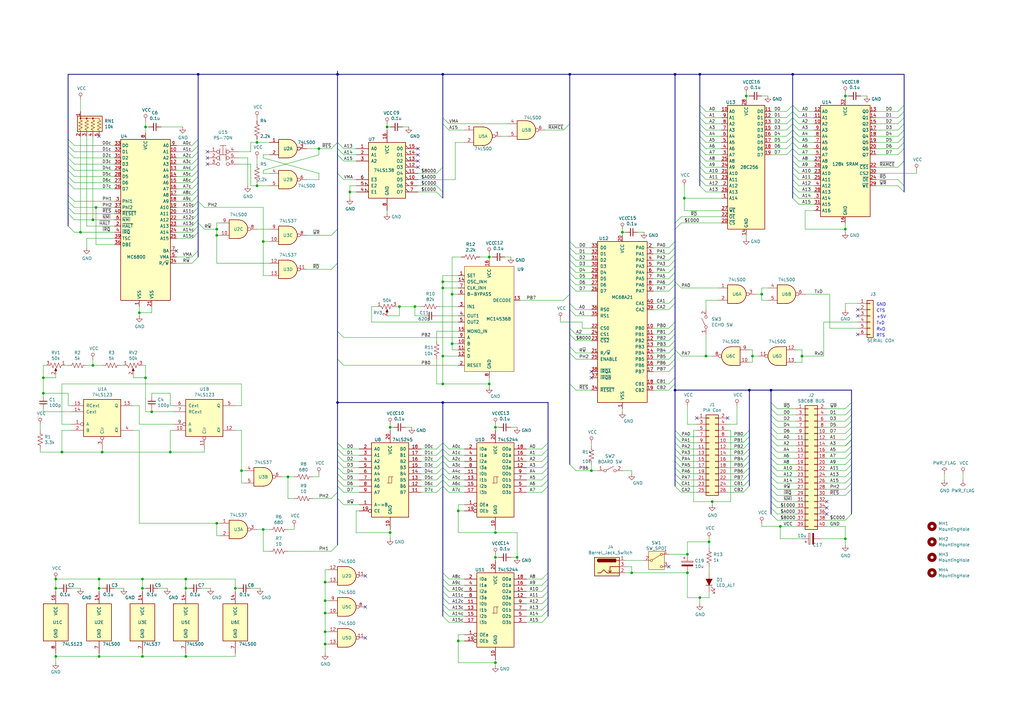
<source format=kicad_sch>
(kicad_sch (version 20250114) (generator "eeschema") (generator_version "9.0")
  (paper "A3")
  (title_block (title "MC6800 CPU Board") (date "2021-07-23") (rev "1") (company "KUNI-NET"))
  (lib_symbols
    (symbol "74xx:74LS00" (pin_names (offset 1.016))
      (property "Reference" "U" (at 0 1.27 0))
      (property "Value" "74LS00" (at 0 -1.27 0))
      (symbol "74LS00_1_1"
        (pin input line (at -7.62 2.54 0) (length 3.81) (name "~") (number "1"))
        (pin input line (at -7.62 -2.54 0) (length 3.81) (name "~") (number "2"))
        (pin output inverted (at 7.62 0 180) (length 3.81) (name "~") (number "3"))
      )
      (symbol "74LS00_1_2"
        (pin input inverted (at -7.62 2.54 0) (length 4.318) (name "~") (number "1"))
        (pin input inverted (at -7.62 -2.54 0) (length 4.318) (name "~") (number "2"))
        (pin output line (at 7.62 0 180) (length 3.81) (name "~") (number "3"))
      )
      (symbol "74LS00_2_1"
        (pin input line (at -7.62 2.54 0) (length 3.81) (name "~") (number "4"))
        (pin input line (at -7.62 -2.54 0) (length 3.81) (name "~") (number "5"))
        (pin output inverted (at 7.62 0 180) (length 3.81) (name "~") (number "6"))
      )
      (symbol "74LS00_2_2"
        (pin input inverted (at -7.62 2.54 0) (length 4.318) (name "~") (number "4"))
        (pin input inverted (at -7.62 -2.54 0) (length 4.318) (name "~") (number "5"))
        (pin output line (at 7.62 0 180) (length 3.81) (name "~") (number "6"))
      )
      (symbol "74LS00_3_1"
        (pin input line (at -7.62 2.54 0) (length 3.81) (name "~") (number "9"))
        (pin input line (at -7.62 -2.54 0) (length 3.81) (name "~") (number "10"))
        (pin output inverted (at 7.62 0 180) (length 3.81) (name "~") (number "8"))
      )
      (symbol "74LS00_3_2"
        (pin input inverted (at -7.62 2.54 0) (length 4.318) (name "~") (number "9"))
        (pin input inverted (at -7.62 -2.54 0) (length 4.318) (name "~") (number "10"))
        (pin output line (at 7.62 0 180) (length 3.81) (name "~") (number "8"))
      )
      (symbol "74LS00_4_1"
        (pin input line (at -7.62 2.54 0) (length 3.81) (name "~") (number "12"))
        (pin input line (at -7.62 -2.54 0) (length 3.81) (name "~") (number "13"))
        (pin output inverted (at 7.62 0 180) (length 3.81) (name "~") (number "11"))
      )
      (symbol "74LS00_4_2"
        (pin input inverted (at -7.62 2.54 0) (length 4.318) (name "~") (number "12"))
        (pin input inverted (at -7.62 -2.54 0) (length 4.318) (name "~") (number "13"))
        (pin output line (at 7.62 0 180) (length 3.81) (name "~") (number "11"))
      )
      (symbol "74LS00_5_0"
        (pin power_in line (at 0 12.7 270) (length 5.08) (name "VCC") (number "14"))
        (pin power_in line (at 0 -12.7 90) (length 5.08) (name "GND") (number "7"))
      )
    )
    (symbol "74xx:74LS138" (pin_names (offset 1.016))
      (property "Reference" "U" (at -7.62 11.43 0))
      (property "Value" "74LS138" (at -7.62 -13.97 0))
      (symbol "74LS138_1_0"
        (pin input line (at -12.7 7.62 0) (length 5.08) (name "A0") (number "1"))
        (pin input line (at -12.7 5.08 0) (length 5.08) (name "A1") (number "2"))
        (pin input line (at -12.7 2.54 0) (length 5.08) (name "A2") (number "3"))
        (pin input line (at -12.7 -5.08 0) (length 5.08) (name "E3") (number "6"))
        (pin input input_low (at -12.7 -7.62 0) (length 5.08) (name "E2") (number "5"))
        (pin input input_low (at -12.7 -10.16 0) (length 5.08) (name "E1") (number "4"))
        (pin power_in line (at 0 15.24 270) (length 5.08) (name "VCC") (number "16"))
        (pin power_in line (at 0 -17.78 90) (length 5.08) (name "GND") (number "8"))
        (pin output output_low (at 12.7 7.62 180) (length 5.08) (name "O0") (number "15"))
        (pin output output_low (at 12.7 5.08 180) (length 5.08) (name "O1") (number "14"))
        (pin output output_low (at 12.7 2.54 180) (length 5.08) (name "O2") (number "13"))
        (pin output output_low (at 12.7 0 180) (length 5.08) (name "O3") (number "12"))
        (pin output output_low (at 12.7 -2.54 180) (length 5.08) (name "O4") (number "11"))
        (pin output output_low (at 12.7 -5.08 180) (length 5.08) (name "O5") (number "10"))
        (pin output output_low (at 12.7 -7.62 180) (length 5.08) (name "O6") (number "9"))
        (pin output output_low (at 12.7 -10.16 180) (length 5.08) (name "O7") (number "7"))
      )
    )
    (symbol "74xx:74LS244" (pin_names (offset 1.016))
      (property "Reference" "U" (at -7.62 16.51 0))
      (property "Value" "74LS244" (at -7.62 -16.51 0))
      (symbol "74LS244_1_0"
        (pin input line (at -12.7 12.7 0) (length 5.08) (name "I0a") (number "2"))
        (pin input line (at -12.7 10.16 0) (length 5.08) (name "I1a") (number "4"))
        (pin input line (at -12.7 7.62 0) (length 5.08) (name "I2a") (number "6"))
        (pin input line (at -12.7 5.08 0) (length 5.08) (name "I3a") (number "8"))
        (pin input line (at -12.7 2.54 0) (length 5.08) (name "I0b") (number "11"))
        (pin input line (at -12.7 0 0) (length 5.08) (name "I1b") (number "13"))
        (pin input line (at -12.7 -2.54 0) (length 5.08) (name "I2b") (number "15"))
        (pin input line (at -12.7 -5.08 0) (length 5.08) (name "I3b") (number "17"))
        (pin input inverted (at -12.7 -10.16 0) (length 5.08) (name "OEa") (number "1"))
        (pin input inverted (at -12.7 -12.7 0) (length 5.08) (name "OEb") (number "19"))
        (pin power_in line (at 0 20.32 270) (length 5.08) (name "VCC") (number "20"))
        (pin power_in line (at 0 -20.32 90) (length 5.08) (name "GND") (number "10"))
        (pin tri_state line (at 12.7 12.7 180) (length 5.08) (name "O0a") (number "18"))
        (pin tri_state line (at 12.7 10.16 180) (length 5.08) (name "O1a") (number "16"))
        (pin tri_state line (at 12.7 7.62 180) (length 5.08) (name "O2a") (number "14"))
        (pin tri_state line (at 12.7 5.08 180) (length 5.08) (name "O3a") (number "12"))
        (pin tri_state line (at 12.7 2.54 180) (length 5.08) (name "O0b") (number "9"))
        (pin tri_state line (at 12.7 0 180) (length 5.08) (name "O1b") (number "7"))
        (pin tri_state line (at 12.7 -2.54 180) (length 5.08) (name "O2b") (number "5"))
        (pin tri_state line (at 12.7 -5.08 180) (length 5.08) (name "O3b") (number "3"))
      )
    )
    (symbol "74xx:74LS245" (pin_names (offset 1.016))
      (property "Reference" "U" (at -7.62 16.51 0))
      (property "Value" "74LS245" (at -7.62 -16.51 0))
      (symbol "74LS245_1_0"
        (pin tri_state line (at -12.7 12.7 0) (length 5.08) (name "A0") (number "2"))
        (pin tri_state line (at -12.7 10.16 0) (length 5.08) (name "A1") (number "3"))
        (pin tri_state line (at -12.7 7.62 0) (length 5.08) (name "A2") (number "4"))
        (pin tri_state line (at -12.7 5.08 0) (length 5.08) (name "A3") (number "5"))
        (pin tri_state line (at -12.7 2.54 0) (length 5.08) (name "A4") (number "6"))
        (pin tri_state line (at -12.7 0 0) (length 5.08) (name "A5") (number "7"))
        (pin tri_state line (at -12.7 -2.54 0) (length 5.08) (name "A6") (number "8"))
        (pin tri_state line (at -12.7 -5.08 0) (length 5.08) (name "A7") (number "9"))
        (pin input line (at -12.7 -10.16 0) (length 5.08) (name "A->B") (number "1"))
        (pin input inverted (at -12.7 -12.7 0) (length 5.08) (name "CE") (number "19"))
        (pin power_in line (at 0 20.32 270) (length 5.08) (name "VCC") (number "20"))
        (pin power_in line (at 0 -20.32 90) (length 5.08) (name "GND") (number "10"))
        (pin tri_state line (at 12.7 12.7 180) (length 5.08) (name "B0") (number "18"))
        (pin tri_state line (at 12.7 10.16 180) (length 5.08) (name "B1") (number "17"))
        (pin tri_state line (at 12.7 7.62 180) (length 5.08) (name "B2") (number "16"))
        (pin tri_state line (at 12.7 5.08 180) (length 5.08) (name "B3") (number "15"))
        (pin tri_state line (at 12.7 2.54 180) (length 5.08) (name "B4") (number "14"))
        (pin tri_state line (at 12.7 0 180) (length 5.08) (name "B5") (number "13"))
        (pin tri_state line (at 12.7 -2.54 180) (length 5.08) (name "B6") (number "12"))
        (pin tri_state line (at 12.7 -5.08 180) (length 5.08) (name "B7") (number "11"))
      )
    )
    (symbol "74xx:74LS37" (pin_names (offset 1.016))
      (property "Reference" "U" (at 0 1.27 0))
      (property "Value" "74LS37" (at 0 -1.27 0))
      (symbol "74LS37_1_1"
        (pin input line (at -7.62 2.54 0) (length 3.81) (name "~") (number "1"))
        (pin input line (at -7.62 -2.54 0) (length 3.81) (name "~") (number "2"))
        (pin output inverted (at 7.62 0 180) (length 3.81) (name "~") (number "3"))
      )
      (symbol "74LS37_1_2"
        (pin input inverted (at -7.62 2.54 0) (length 4.318) (name "~") (number "1"))
        (pin input inverted (at -7.62 -2.54 0) (length 4.318) (name "~") (number "2"))
        (pin output line (at 7.62 0 180) (length 3.81) (name "~") (number "3"))
      )
      (symbol "74LS37_2_1"
        (pin input line (at -7.62 2.54 0) (length 3.81) (name "~") (number "4"))
        (pin input line (at -7.62 -2.54 0) (length 3.81) (name "~") (number "5"))
        (pin output inverted (at 7.62 0 180) (length 3.81) (name "~") (number "6"))
      )
      (symbol "74LS37_2_2"
        (pin input inverted (at -7.62 2.54 0) (length 4.318) (name "~") (number "4"))
        (pin input inverted (at -7.62 -2.54 0) (length 4.318) (name "~") (number "5"))
        (pin output line (at 7.62 0 180) (length 3.81) (name "~") (number "6"))
      )
      (symbol "74LS37_3_1"
        (pin input line (at -7.62 2.54 0) (length 3.81) (name "~") (number "9"))
        (pin input line (at -7.62 -2.54 0) (length 3.81) (name "~") (number "10"))
        (pin output inverted (at 7.62 0 180) (length 3.81) (name "~") (number "8"))
      )
      (symbol "74LS37_3_2"
        (pin input inverted (at -7.62 2.54 0) (length 4.318) (name "~") (number "9"))
        (pin input inverted (at -7.62 -2.54 0) (length 4.318) (name "~") (number "10"))
        (pin output line (at 7.62 0 180) (length 3.81) (name "~") (number "8"))
      )
      (symbol "74LS37_4_1"
        (pin input line (at -7.62 2.54 0) (length 3.81) (name "~") (number "12"))
        (pin input line (at -7.62 -2.54 0) (length 3.81) (name "~") (number "13"))
        (pin output inverted (at 7.62 0 180) (length 3.81) (name "~") (number "11"))
      )
      (symbol "74LS37_4_2"
        (pin input inverted (at -7.62 2.54 0) (length 4.318) (name "~") (number "12"))
        (pin input inverted (at -7.62 -2.54 0) (length 4.318) (name "~") (number "13"))
        (pin output line (at 7.62 0 180) (length 3.81) (name "~") (number "11"))
      )
      (symbol "74LS37_5_0"
        (pin power_in line (at 0 12.7 270) (length 5.08) (name "VCC") (number "14"))
        (pin power_in line (at 0 -12.7 90) (length 5.08) (name "GND") (number "7"))
      )
    )
    (symbol "CPU_NXP_6800:MC6800"
      (property "Reference" "U" (at -8.89 34.29 0))
      (property "Value" "MC6800" (at 10.16 34.29 0))
      (symbol "MC6800_1_1"
        (pin bidirectional line (at -12.7 30.48 0) (length 2.54) (name "D0") (number "33"))
        (pin bidirectional line (at -12.7 27.94 0) (length 2.54) (name "D1") (number "32"))
        (pin bidirectional line (at -12.7 25.4 0) (length 2.54) (name "D2") (number "31"))
        (pin bidirectional line (at -12.7 22.86 0) (length 2.54) (name "D3") (number "30"))
        (pin bidirectional line (at -12.7 20.32 0) (length 2.54) (name "D4") (number "29"))
        (pin bidirectional line (at -12.7 17.78 0) (length 2.54) (name "D5") (number "28"))
        (pin bidirectional line (at -12.7 15.24 0) (length 2.54) (name "D6") (number "27"))
        (pin bidirectional line (at -12.7 12.7 0) (length 2.54) (name "D7") (number "26"))
        (pin input line (at -12.7 7.62 0) (length 2.54) (name "Phi1") (number "3"))
        (pin input line (at -12.7 5.08 0) (length 2.54) (name "Phi2") (number "37"))
        (pin input line (at -12.7 2.54 0) (length 2.54) (name "~{RESET}") (number "40"))
        (pin input line (at -12.7 0 0) (length 2.54) (name "~{NMI}") (number "6"))
        (pin input line (at -12.7 -2.54 0) (length 2.54) (name "~{HALT}") (number "2"))
        (pin input line (at -12.7 -5.08 0) (length 2.54) (name "~{IRQ}") (number "4"))
        (pin input line (at -12.7 -7.62 0) (length 2.54) (name "TSC") (number "39"))
        (pin input line (at -12.7 -10.16 0) (length 2.54) (name "DBE") (number "36"))
        (pin no_connect line (at -10.16 -22.86 0) (length 2.54) (hide yes) (name "N.C.") (number "38"))
        (pin no_connect line (at -10.16 -25.4 0) (length 2.54) (hide yes) (name "N.C.") (number "35"))
        (pin power_in line (at -2.54 -35.56 90) (length 2.54) (name "VSS") (number "1"))
        (pin power_in line (at 0 35.56 270) (length 2.54) (name "VCC") (number "8"))
        (pin power_in line (at 2.54 -35.56 90) (length 2.54) (name "VSS") (number "21"))
        (pin output line (at 12.7 30.48 180) (length 2.54) (name "A0") (number "9"))
        (pin output line (at 12.7 27.94 180) (length 2.54) (name "A1") (number "10"))
        (pin output line (at 12.7 25.4 180) (length 2.54) (name "A2") (number "11"))
        (pin output line (at 12.7 22.86 180) (length 2.54) (name "A3") (number "12"))
        (pin output line (at 12.7 20.32 180) (length 2.54) (name "A4") (number "13"))
        (pin output line (at 12.7 17.78 180) (length 2.54) (name "A5") (number "14"))
        (pin output line (at 12.7 15.24 180) (length 2.54) (name "A6") (number "15"))
        (pin output line (at 12.7 12.7 180) (length 2.54) (name "A7") (number "16"))
        (pin output line (at 12.7 10.16 180) (length 2.54) (name "A8") (number "17"))
        (pin output line (at 12.7 7.62 180) (length 2.54) (name "A9") (number "18"))
        (pin output line (at 12.7 5.08 180) (length 2.54) (name "A10") (number "19"))
        (pin output line (at 12.7 2.54 180) (length 2.54) (name "A11") (number "20"))
        (pin output line (at 12.7 0 180) (length 2.54) (name "A12") (number "22"))
        (pin output line (at 12.7 -2.54 180) (length 2.54) (name "A13") (number "23"))
        (pin output line (at 12.7 -5.08 180) (length 2.54) (name "A14") (number "24"))
        (pin output line (at 12.7 -7.62 180) (length 2.54) (name "A15") (number "25"))
        (pin output line (at 12.7 -12.7 180) (length 2.54) (name "BA") (number "7"))
        (pin output line (at 12.7 -15.24 180) (length 2.54) (name "VMA") (number "5"))
        (pin output line (at 12.7 -17.78 180) (length 2.54) (name "R/~{W}") (number "34"))
      )
    )
    (symbol "Connector:Barrel_Jack_Switch" (pin_names (hide yes))
      (property "Reference" "J" (at 0 5.334 0))
      (property "Value" "Barrel_Jack_Switch" (at 0 -5.08 0))
      (symbol "Barrel_Jack_Switch_1_1"
        (pin passive line (at 7.62 2.54 180) (length 2.54) (name "~") (number "1"))
        (pin passive line (at 7.62 0 180) (length 2.54) (name "~") (number "3"))
        (pin passive line (at 7.62 -2.54 180) (length 2.54) (name "~") (number "2"))
      )
    )
    (symbol "Connector_Generic:Conn_01x06" (pin_names (offset 1.016) (hide yes))
      (property "Reference" "J" (at 0 7.62 0))
      (property "Value" "Conn_01x06" (at 0 -10.16 0))
      (symbol "Conn_01x06_1_1"
        (pin passive line (at -5.08 5.08 0) (length 3.81) (name "Pin_1") (number "1"))
        (pin passive line (at -5.08 2.54 0) (length 3.81) (name "Pin_2") (number "2"))
        (pin passive line (at -5.08 0 0) (length 3.81) (name "Pin_3") (number "3"))
        (pin passive line (at -5.08 -2.54 0) (length 3.81) (name "Pin_4") (number "4"))
        (pin passive line (at -5.08 -5.08 0) (length 3.81) (name "Pin_5") (number "5"))
        (pin passive line (at -5.08 -7.62 0) (length 3.81) (name "Pin_6") (number "6"))
      )
    )
    (symbol "Connector_Generic:Conn_02x13_Odd_Even" (pin_names (offset 1.016) (hide yes))
      (property "Reference" "J" (at 1.27 17.78 0))
      (property "Value" "Conn_02x13_Odd_Even" (at 1.27 -17.78 0))
      (symbol "Conn_02x13_Odd_Even_1_1"
        (pin passive line (at -5.08 15.24 0) (length 3.81) (name "Pin_1") (number "1"))
        (pin passive line (at -5.08 12.7 0) (length 3.81) (name "Pin_3") (number "3"))
        (pin passive line (at -5.08 10.16 0) (length 3.81) (name "Pin_5") (number "5"))
        (pin passive line (at -5.08 7.62 0) (length 3.81) (name "Pin_7") (number "7"))
        (pin passive line (at -5.08 5.08 0) (length 3.81) (name "Pin_9") (number "9"))
        (pin passive line (at -5.08 2.54 0) (length 3.81) (name "Pin_11") (number "11"))
        (pin passive line (at -5.08 0 0) (length 3.81) (name "Pin_13") (number "13"))
        (pin passive line (at -5.08 -2.54 0) (length 3.81) (name "Pin_15") (number "15"))
        (pin passive line (at -5.08 -5.08 0) (length 3.81) (name "Pin_17") (number "17"))
        (pin passive line (at -5.08 -7.62 0) (length 3.81) (name "Pin_19") (number "19"))
        (pin passive line (at -5.08 -10.16 0) (length 3.81) (name "Pin_21") (number "21"))
        (pin passive line (at -5.08 -12.7 0) (length 3.81) (name "Pin_23") (number "23"))
        (pin passive line (at -5.08 -15.24 0) (length 3.81) (name "Pin_25") (number "25"))
        (pin passive line (at 7.62 15.24 180) (length 3.81) (name "Pin_2") (number "2"))
        (pin passive line (at 7.62 12.7 180) (length 3.81) (name "Pin_4") (number "4"))
        (pin passive line (at 7.62 10.16 180) (length 3.81) (name "Pin_6") (number "6"))
        (pin passive line (at 7.62 7.62 180) (length 3.81) (name "Pin_8") (number "8"))
        (pin passive line (at 7.62 5.08 180) (length 3.81) (name "Pin_10") (number "10"))
        (pin passive line (at 7.62 2.54 180) (length 3.81) (name "Pin_12") (number "12"))
        (pin passive line (at 7.62 0 180) (length 3.81) (name "Pin_14") (number "14"))
        (pin passive line (at 7.62 -2.54 180) (length 3.81) (name "Pin_16") (number "16"))
        (pin passive line (at 7.62 -5.08 180) (length 3.81) (name "Pin_18") (number "18"))
        (pin passive line (at 7.62 -7.62 180) (length 3.81) (name "Pin_20") (number "20"))
        (pin passive line (at 7.62 -10.16 180) (length 3.81) (name "Pin_22") (number "22"))
        (pin passive line (at 7.62 -12.7 180) (length 3.81) (name "Pin_24") (number "24"))
        (pin passive line (at 7.62 -15.24 180) (length 3.81) (name "Pin_26") (number "26"))
      )
    )
    (symbol "Connector_Generic:Conn_02x20_Odd_Even" (pin_names (offset 1.016) (hide yes))
      (property "Reference" "J" (at 1.27 25.4 0))
      (property "Value" "Conn_02x20_Odd_Even" (at 1.27 -27.94 0))
      (symbol "Conn_02x20_Odd_Even_1_1"
        (pin passive line (at -5.08 22.86 0) (length 3.81) (name "Pin_1") (number "1"))
        (pin passive line (at -5.08 20.32 0) (length 3.81) (name "Pin_3") (number "3"))
        (pin passive line (at -5.08 17.78 0) (length 3.81) (name "Pin_5") (number "5"))
        (pin passive line (at -5.08 15.24 0) (length 3.81) (name "Pin_7") (number "7"))
        (pin passive line (at -5.08 12.7 0) (length 3.81) (name "Pin_9") (number "9"))
        (pin passive line (at -5.08 10.16 0) (length 3.81) (name "Pin_11") (number "11"))
        (pin passive line (at -5.08 7.62 0) (length 3.81) (name "Pin_13") (number "13"))
        (pin passive line (at -5.08 5.08 0) (length 3.81) (name "Pin_15") (number "15"))
        (pin passive line (at -5.08 2.54 0) (length 3.81) (name "Pin_17") (number "17"))
        (pin passive line (at -5.08 0 0) (length 3.81) (name "Pin_19") (number "19"))
        (pin passive line (at -5.08 -2.54 0) (length 3.81) (name "Pin_21") (number "21"))
        (pin passive line (at -5.08 -5.08 0) (length 3.81) (name "Pin_23") (number "23"))
        (pin passive line (at -5.08 -7.62 0) (length 3.81) (name "Pin_25") (number "25"))
        (pin passive line (at -5.08 -10.16 0) (length 3.81) (name "Pin_27") (number "27"))
        (pin passive line (at -5.08 -12.7 0) (length 3.81) (name "Pin_29") (number "29"))
        (pin passive line (at -5.08 -15.24 0) (length 3.81) (name "Pin_31") (number "31"))
        (pin passive line (at -5.08 -17.78 0) (length 3.81) (name "Pin_33") (number "33"))
        (pin passive line (at -5.08 -20.32 0) (length 3.81) (name "Pin_35") (number "35"))
        (pin passive line (at -5.08 -22.86 0) (length 3.81) (name "Pin_37") (number "37"))
        (pin passive line (at -5.08 -25.4 0) (length 3.81) (name "Pin_39") (number "39"))
        (pin passive line (at 7.62 22.86 180) (length 3.81) (name "Pin_2") (number "2"))
        (pin passive line (at 7.62 20.32 180) (length 3.81) (name "Pin_4") (number "4"))
        (pin passive line (at 7.62 17.78 180) (length 3.81) (name "Pin_6") (number "6"))
        (pin passive line (at 7.62 15.24 180) (length 3.81) (name "Pin_8") (number "8"))
        (pin passive line (at 7.62 12.7 180) (length 3.81) (name "Pin_10") (number "10"))
        (pin passive line (at 7.62 10.16 180) (length 3.81) (name "Pin_12") (number "12"))
        (pin passive line (at 7.62 7.62 180) (length 3.81) (name "Pin_14") (number "14"))
        (pin passive line (at 7.62 5.08 180) (length 3.81) (name "Pin_16") (number "16"))
        (pin passive line (at 7.62 2.54 180) (length 3.81) (name "Pin_18") (number "18"))
        (pin passive line (at 7.62 0 180) (length 3.81) (name "Pin_20") (number "20"))
        (pin passive line (at 7.62 -2.54 180) (length 3.81) (name "Pin_22") (number "22"))
        (pin passive line (at 7.62 -5.08 180) (length 3.81) (name "Pin_24") (number "24"))
        (pin passive line (at 7.62 -7.62 180) (length 3.81) (name "Pin_26") (number "26"))
        (pin passive line (at 7.62 -10.16 180) (length 3.81) (name "Pin_28") (number "28"))
        (pin passive line (at 7.62 -12.7 180) (length 3.81) (name "Pin_30") (number "30"))
        (pin passive line (at 7.62 -15.24 180) (length 3.81) (name "Pin_32") (number "32"))
        (pin passive line (at 7.62 -17.78 180) (length 3.81) (name "Pin_34") (number "34"))
        (pin passive line (at 7.62 -20.32 180) (length 3.81) (name "Pin_36") (number "36"))
        (pin passive line (at 7.62 -22.86 180) (length 3.81) (name "Pin_38") (number "38"))
        (pin passive line (at 7.62 -25.4 180) (length 3.81) (name "Pin_40") (number "40"))
      )
    )
    (symbol "Device:C_Small" (pin_numbers (hide yes)) (pin_names (offset 0.254) (hide yes))
      (property "Reference" "C" (at 0.254 1.778 0))
      (property "Value" "C_Small" (at 0.254 -2.032 0))
      (symbol "C_Small_1_1"
        (pin passive line (at 0 2.54 270) (length 2.032) (name "~") (number "1"))
        (pin passive line (at 0 -2.54 90) (length 2.032) (name "~") (number "2"))
      )
    )
    (symbol "Device:R_Network04_US" (pin_names (offset 0) (hide yes))
      (property "Reference" "RN" (at -7.62 0 90))
      (property "Value" "R_Network04_US" (at 5.08 0 90))
      (symbol "R_Network04_US_1_1"
        (pin passive line (at -5.08 5.08 270) (length 2.54) (name "common") (number "1"))
        (pin passive line (at -5.08 -5.08 90) (length 1.27) (name "R1") (number "2"))
        (pin passive line (at -2.54 -5.08 90) (length 1.27) (name "R2") (number "3"))
        (pin passive line (at 0 -5.08 90) (length 1.27) (name "R3") (number "4"))
        (pin passive line (at 2.54 -5.08 90) (length 1.27) (name "R4") (number "5"))
      )
    )
    (symbol "Device:R_US" (pin_numbers (hide yes)) (pin_names (offset 0))
      (property "Reference" "R" (at 2.54 0 90))
      (property "Value" "R_US" (at -2.54 0 90))
      (symbol "R_US_1_1"
        (pin passive line (at 0 3.81 270) (length 1.27) (name "~") (number "1"))
        (pin passive line (at 0 -3.81 90) (length 1.27) (name "~") (number "2"))
      )
    )
    (symbol "Interface:MC68A21" (pin_names (offset 1.016))
      (property "Reference" "U" (at -7.62 34.29 0))
      (property "Value" "MC68A21" (at 10.16 34.29 0))
      (symbol "MC68A21_1_1"
        (pin bidirectional line (at -12.7 30.48 0) (length 2.54) (name "D0") (number "33"))
        (pin bidirectional line (at -12.7 27.94 0) (length 2.54) (name "D1") (number "32"))
        (pin bidirectional line (at -12.7 25.4 0) (length 2.54) (name "D2") (number "31"))
        (pin bidirectional line (at -12.7 22.86 0) (length 2.54) (name "D3") (number "30"))
        (pin bidirectional line (at -12.7 20.32 0) (length 2.54) (name "D4") (number "29"))
        (pin bidirectional line (at -12.7 17.78 0) (length 2.54) (name "D5") (number "28"))
        (pin bidirectional line (at -12.7 15.24 0) (length 2.54) (name "D6") (number "27"))
        (pin bidirectional line (at -12.7 12.7 0) (length 2.54) (name "D7") (number "26"))
        (pin input line (at -12.7 5.08 0) (length 2.54) (name "RS0") (number "36"))
        (pin input line (at -12.7 2.54 0) (length 2.54) (name "RS1") (number "35"))
        (pin input line (at -12.7 -2.54 0) (length 2.54) (name "CS0") (number "22"))
        (pin input line (at -12.7 -5.08 0) (length 2.54) (name "CS1") (number "24"))
        (pin input line (at -12.7 -7.62 0) (length 2.54) (name "~{CS2}") (number "23"))
        (pin input line (at -12.7 -12.7 0) (length 2.54) (name "R/~{W}") (number "21"))
        (pin input line (at -12.7 -15.24 0) (length 2.54) (name "ENABLE") (number "25"))
        (pin open_collector line (at -12.7 -20.32 0) (length 2.54) (name "~{IRQA}") (number "38"))
        (pin open_collector line (at -12.7 -22.86 0) (length 2.54) (name "~{IRQB}") (number "37"))
        (pin input line (at -12.7 -27.94 0) (length 2.54) (name "~{RESET}") (number "34"))
        (pin power_in line (at 0 35.56 270) (length 2.54) (name "VCC") (number "20"))
        (pin power_in line (at 0 -35.56 90) (length 2.54) (name "VSS") (number "1"))
        (pin bidirectional line (at 12.7 30.48 180) (length 2.54) (name "PA0") (number "2"))
        (pin bidirectional line (at 12.7 27.94 180) (length 2.54) (name "PA1") (number "3"))
        (pin bidirectional line (at 12.7 25.4 180) (length 2.54) (name "PA2") (number "4"))
        (pin bidirectional line (at 12.7 22.86 180) (length 2.54) (name "PA3") (number "5"))
        (pin bidirectional line (at 12.7 20.32 180) (length 2.54) (name "PA4") (number "6"))
        (pin bidirectional line (at 12.7 17.78 180) (length 2.54) (name "PA5") (number "7"))
        (pin bidirectional line (at 12.7 15.24 180) (length 2.54) (name "PA6") (number "8"))
        (pin bidirectional line (at 12.7 12.7 180) (length 2.54) (name "PA7") (number "9"))
        (pin input line (at 12.7 7.62 180) (length 2.54) (name "CA1") (number "40"))
        (pin bidirectional line (at 12.7 5.08 180) (length 2.54) (name "CA2") (number "39"))
        (pin bidirectional line (at 12.7 -2.54 180) (length 2.54) (name "PB0") (number "10"))
        (pin bidirectional line (at 12.7 -5.08 180) (length 2.54) (name "PB1") (number "11"))
        (pin bidirectional line (at 12.7 -7.62 180) (length 2.54) (name "PB2") (number "12"))
        (pin bidirectional line (at 12.7 -10.16 180) (length 2.54) (name "PB3") (number "13"))
        (pin bidirectional line (at 12.7 -12.7 180) (length 2.54) (name "PB4") (number "14"))
        (pin bidirectional line (at 12.7 -15.24 180) (length 2.54) (name "PB5") (number "15"))
        (pin bidirectional line (at 12.7 -17.78 180) (length 2.54) (name "PB6") (number "16"))
        (pin bidirectional line (at 12.7 -20.32 180) (length 2.54) (name "PB7") (number "17"))
        (pin input line (at 12.7 -25.4 180) (length 2.54) (name "CB1") (number "18"))
        (pin bidirectional line (at 12.7 -27.94 180) (length 2.54) (name "CB2") (number "19"))
      )
    )
    (symbol "K68-CPUB-rescue:74LS123-74xx" (pin_names (offset 1.016))
      (property "Reference" "U" (at -7.62 8.89 0))
      (property "Value" "74xx_74LS123" (at -7.62 -8.89 0))
      (symbol "74LS123-74xx_1_0"
        (pin input line (at -12.7 5.08 0) (length 5.08) (name "RCext") (number "15"))
        (pin input line (at -12.7 2.54 0) (length 5.08) (name "Cext") (number "14"))
        (pin input inverted (at -12.7 -2.54 0) (length 5.08) (name "A") (number "1"))
        (pin input line (at -12.7 -5.08 0) (length 5.08) (name "B") (number "2"))
        (pin input inverted (at 0 -12.7 90) (length 5.08) (name "Clr") (number "3"))
        (pin output line (at 12.7 5.08 180) (length 5.08) (name "Q") (number "13"))
        (pin output line (at 12.7 -5.08 180) (length 5.08) (name "~{Q}") (number "4"))
      )
      (symbol "74LS123-74xx_2_0"
        (pin input line (at -12.7 5.08 0) (length 5.08) (name "Cext") (number "6"))
        (pin input line (at -12.7 2.54 0) (length 5.08) (name "RCext") (number "7"))
        (pin input inverted (at -12.7 -2.54 0) (length 5.08) (name "A") (number "9"))
        (pin input line (at -12.7 -5.08 0) (length 5.08) (name "B") (number "10"))
        (pin input inverted (at 0 -12.7 90) (length 5.08) (name "Clr") (number "11"))
        (pin output line (at 12.7 5.08 180) (length 5.08) (name "Q") (number "5"))
        (pin output line (at 12.7 -5.08 180) (length 5.08) (name "~{Q}") (number "12"))
      )
      (symbol "74LS123-74xx_3_0"
        (pin power_in line (at 0 12.7 270) (length 5.08) (name "VCC") (number "16"))
        (pin power_in line (at 0 -12.7 90) (length 5.08) (name "GND") (number "8"))
      )
    )
    (symbol "K68-CPUB-rescue:CP-Device" (pin_numbers (hide yes)) (pin_names (offset 0.254))
      (property "Reference" "C" (at 0.635 2.54 0))
      (property "Value" "Device_CP" (at 0.635 -2.54 0))
      (symbol "CP-Device_1_1"
        (pin passive line (at 0 3.81 270) (length 2.794) (name "~") (number "1"))
        (pin passive line (at 0 -3.81 90) (length 2.794) (name "~") (number "2"))
      )
    )
    (symbol "K68-CPUB-rescue:GND-power" (power) (pin_names (offset 0))
      (property "Value" "power_GND" (at 0 -3.81 0))
      (symbol "GND-power_1_1"
        (pin power_in line (at 0 0 270) (length 0) (hide yes) (name "GND") (number "1"))
      )
    )
    (symbol "K68-CPUB-rescue:LED_ALT-Device" (pin_numbers (hide yes)) (pin_names (offset 1.016) (hide yes))
      (property "Reference" "D" (at 0 2.54 0))
      (property "Value" "Device_LED_ALT" (at 0 -2.54 0))
      (symbol "LED_ALT-Device_1_1"
        (pin passive line (at -3.81 0 0) (length 2.54) (name "K") (number "1"))
        (pin passive line (at 3.81 0 180) (length 2.54) (name "A") (number "2"))
      )
    )
    (symbol "K68-CPUB-rescue:PWR_FLAG-power" (power) (pin_numbers (hide yes)) (pin_names (offset 0) (hide yes))
      (property "Value" "power_PWR_FLAG" (at 0 3.81 0))
      (symbol "PWR_FLAG-power_0_0"
        (pin power_out line (at 0 0 90) (length 0) (name "pwr") (number "1"))
      )
    )
    (symbol "K68-CPUB-rescue:R_POT_US-Device" (pin_names (offset 1.016) (hide yes))
      (property "Reference" "RV" (at -4.445 0 90))
      (property "Value" "Device_R_POT_US" (at -2.54 0 90))
      (symbol "R_POT_US-Device_1_1"
        (pin passive line (at 0 3.81 270) (length 1.27) (name "1") (number "1"))
        (pin passive line (at 0 -3.81 90) (length 1.27) (name "3") (number "3"))
        (pin passive line (at 3.81 0 180) (length 1.27) (name "2") (number "2"))
      )
    )
    (symbol "K68-CPUB-rescue:VCC-power" (power) (pin_names (offset 0))
      (property "Value" "power_VCC" (at 0 3.81 0))
      (symbol "VCC-power_1_1"
        (pin power_in line (at 0 0 90) (length 0) (hide yes) (name "VCC") (number "1"))
      )
    )
    (symbol "MC14536B:MC14536B" (pin_names (offset 1.016))
      (property "Reference" "U" (at -8.89 21.59 0))
      (property "Value" "MC14536B" (at 7.62 21.59 0))
      (symbol "MC14536B_1_1"
        (pin input line (at -12.7 16.51 0) (length 2.54) (name "SET") (number "1"))
        (pin input line (at -12.7 13.97 0) (length 2.54) (name "OSC_INH") (number "14"))
        (pin input line (at -12.7 11.43 0) (length 2.54) (name "CLK_INH") (number "7"))
        (pin input line (at -12.7 8.89 0) (length 2.54) (name "8-BYPASS") (number "6"))
        (pin input line (at -12.7 3.81 0) (length 2.54) (name "IN1") (number "3"))
        (pin passive line (at -12.7 0 0) (length 2.54) (name "OUT1") (number "4"))
        (pin passive line (at -12.7 -2.54 0) (length 2.54) (name "OUT2") (number "5"))
        (pin input line (at -12.7 -6.35 0) (length 2.54) (name "MONO_IN") (number "15"))
        (pin input line (at -12.7 -8.89 0) (length 2.54) (name "A") (number "9"))
        (pin input line (at -12.7 -11.43 0) (length 2.54) (name "B") (number "10"))
        (pin input line (at -12.7 -13.97 0) (length 2.54) (name "C") (number "11"))
        (pin input line (at -12.7 -16.51 0) (length 2.54) (name "D") (number "12"))
        (pin input line (at -12.7 -20.32 0) (length 2.54) (name "RESET") (number "2"))
        (pin power_in line (at 0 22.86 270) (length 2.54) (name "VCC") (number "16"))
        (pin power_in line (at 0 -25.4 90) (length 2.54) (name "GND") (number "8"))
        (pin output line (at 12.7 6.35 180) (length 2.54) (name "DECODE") (number "13"))
      )
    )
    (symbol "Mechanical:MountingHole" (pin_names (offset 1.016)) (exclude_from_sim yes) (in_bom no)
      (property "Reference" "H" (at 0 5.08 0))
      (property "Value" "MountingHole" (at 0 3.175 0))
    )
    (symbol "Memory_EEPROM:28C256"
      (property "Reference" "U" (at -7.62 26.67 0))
      (property "Value" "28C256" (at 2.54 -26.67 0))
      (symbol "28C256_1_1"
        (pin input line (at -10.16 22.86 0) (length 2.54) (name "A0") (number "10"))
        (pin input line (at -10.16 20.32 0) (length 2.54) (name "A1") (number "9"))
        (pin input line (at -10.16 17.78 0) (length 2.54) (name "A2") (number "8"))
        (pin input line (at -10.16 15.24 0) (length 2.54) (name "A3") (number "7"))
        (pin input line (at -10.16 12.7 0) (length 2.54) (name "A4") (number "6"))
        (pin input line (at -10.16 10.16 0) (length 2.54) (name "A5") (number "5"))
        (pin input line (at -10.16 7.62 0) (length 2.54) (name "A6") (number "4"))
        (pin input line (at -10.16 5.08 0) (length 2.54) (name "A7") (number "3"))
        (pin input line (at -10.16 2.54 0) (length 2.54) (name "A8") (number "25"))
        (pin input line (at -10.16 0 0) (length 2.54) (name "A9") (number "24"))
        (pin input line (at -10.16 -2.54 0) (length 2.54) (name "A10") (number "21"))
        (pin input line (at -10.16 -5.08 0) (length 2.54) (name "A11") (number "23"))
        (pin input line (at -10.16 -7.62 0) (length 2.54) (name "A12") (number "2"))
        (pin input line (at -10.16 -10.16 0) (length 2.54) (name "A13") (number "26"))
        (pin input line (at -10.16 -12.7 0) (length 2.54) (name "A14") (number "1"))
        (pin input line (at -10.16 -17.78 0) (length 2.54) (name "~{WE}") (number "27"))
        (pin input line (at -10.16 -20.32 0) (length 2.54) (name "~{OE}") (number "22"))
        (pin input line (at -10.16 -22.86 0) (length 2.54) (name "~{CS}") (number "20"))
        (pin power_in line (at 0 27.94 270) (length 2.54) (name "VCC") (number "28"))
        (pin power_in line (at 0 -27.94 90) (length 2.54) (name "GND") (number "14"))
        (pin tri_state line (at 10.16 22.86 180) (length 2.54) (name "D0") (number "11"))
        (pin tri_state line (at 10.16 20.32 180) (length 2.54) (name "D1") (number "12"))
        (pin tri_state line (at 10.16 17.78 180) (length 2.54) (name "D2") (number "13"))
        (pin tri_state line (at 10.16 15.24 180) (length 2.54) (name "D3") (number "15"))
        (pin tri_state line (at 10.16 12.7 180) (length 2.54) (name "D4") (number "16"))
        (pin tri_state line (at 10.16 10.16 180) (length 2.54) (name "D5") (number "17"))
        (pin tri_state line (at 10.16 7.62 180) (length 2.54) (name "D6") (number "18"))
        (pin tri_state line (at 10.16 5.08 180) (length 2.54) (name "D7") (number "19"))
      )
    )
    (symbol "Memory_RAM:628128_DIP32_SSOP32"
      (property "Reference" "U" (at -10.16 23.495 0))
      (property "Value" "628128_DIP32_SSOP32" (at 2.54 23.495 0))
      (symbol "628128_DIP32_SSOP32_0_0"
        (pin power_in line (at 0 25.4 270) (length 2.54) (name "VCC") (number "32"))
        (pin power_in line (at 0 -25.4 90) (length 2.54) (name "GND") (number "16"))
      )
      (symbol "628128_DIP32_SSOP32_1_1"
        (pin input line (at -12.7 20.32 0) (length 2.54) (name "A0") (number "12"))
        (pin input line (at -12.7 17.78 0) (length 2.54) (name "A1") (number "11"))
        (pin input line (at -12.7 15.24 0) (length 2.54) (name "A2") (number "10"))
        (pin input line (at -12.7 12.7 0) (length 2.54) (name "A3") (number "9"))
        (pin input line (at -12.7 10.16 0) (length 2.54) (name "A4") (number "8"))
        (pin input line (at -12.7 7.62 0) (length 2.54) (name "A5") (number "7"))
        (pin input line (at -12.7 5.08 0) (length 2.54) (name "A6") (number "6"))
        (pin input line (at -12.7 2.54 0) (length 2.54) (name "A7") (number "5"))
        (pin input line (at -12.7 0 0) (length 2.54) (name "A8") (number "27"))
        (pin input line (at -12.7 -2.54 0) (length 2.54) (name "A9") (number "26"))
        (pin input line (at -12.7 -5.08 0) (length 2.54) (name "A10") (number "23"))
        (pin input line (at -12.7 -7.62 0) (length 2.54) (name "A11") (number "25"))
        (pin input line (at -12.7 -10.16 0) (length 2.54) (name "A12") (number "4"))
        (pin input line (at -12.7 -12.7 0) (length 2.54) (name "A13") (number "28"))
        (pin input line (at -12.7 -15.24 0) (length 2.54) (name "A14") (number "3"))
        (pin input line (at -12.7 -17.78 0) (length 2.54) (name "A15") (number "31"))
        (pin input line (at -12.7 -20.32 0) (length 2.54) (name "A16") (number "2"))
        (pin no_connect line (at 10.16 -20.32 180) (length 2.54) (hide yes) (name "NC") (number "1"))
        (pin tri_state line (at 12.7 20.32 180) (length 2.54) (name "Q0") (number "13"))
        (pin tri_state line (at 12.7 17.78 180) (length 2.54) (name "Q1") (number "14"))
        (pin tri_state line (at 12.7 15.24 180) (length 2.54) (name "Q2") (number "15"))
        (pin tri_state line (at 12.7 12.7 180) (length 2.54) (name "Q3") (number "17"))
        (pin tri_state line (at 12.7 10.16 180) (length 2.54) (name "Q4") (number "18"))
        (pin tri_state line (at 12.7 7.62 180) (length 2.54) (name "Q5") (number "19"))
        (pin tri_state line (at 12.7 5.08 180) (length 2.54) (name "Q6") (number "20"))
        (pin tri_state line (at 12.7 2.54 180) (length 2.54) (name "Q7") (number "21"))
        (pin input line (at 12.7 -2.54 180) (length 2.54) (name "~{CS1}") (number "22"))
        (pin input line (at 12.7 -5.08 180) (length 2.54) (name "CS2") (number "30"))
        (pin input line (at 12.7 -7.62 180) (length 2.54) (name "~{OE}") (number "24"))
        (pin input line (at 12.7 -10.16 180) (length 2.54) (name "~{WE}") (number "29"))
      )
    )
    (symbol "PUSH_SW:PS-70N" (pin_names (offset 1.016))
      (property "Reference" "U" (at 0 10.16 0))
      (property "Value" "PS-70N" (at 0 -5.08 0))
      (symbol "PS-70N_1_1"
        (pin passive inverted (at -6.35 2.54 0) (length 5.0038) (name "~") (number "1"))
        (pin passive inverted (at -6.35 0 0) (length 5.0038) (name "~") (number "2"))
        (pin passive inverted (at -6.35 -2.54 0) (length 5.0038) (name "~") (number "3"))
        (pin passive inverted (at 6.35 2.54 180) (length 5.0038) (name "~") (number "4"))
        (pin passive inverted (at 6.35 0 180) (length 5.0038) (name "~") (number "5"))
        (pin passive inverted (at 6.35 -2.54 180) (length 5.0038) (name "~") (number "6"))
      )
    )
    (symbol "Switch:SW_SPDT" (pin_names (offset 0) (hide yes))
      (property "Reference" "SW" (at 0 5.08 0))
      (property "Value" "SW_SPDT" (at 0 -5.08 0))
      (symbol "SW_SPDT_1_1"
        (pin passive line (at -5.08 0 0) (length 2.54) (name "B") (number "2"))
        (pin passive line (at 5.08 2.54 180) (length 2.54) (name "A") (number "1"))
        (pin passive line (at 5.08 -2.54 180) (length 2.54) (name "C") (number "3"))
      )
    )
    (symbol "Switch:SW_SPST" (pin_names (offset 0) (hide yes))
      (property "Reference" "SW" (at 0 3.175 0))
      (property "Value" "SW_SPST" (at 0 -2.54 0))
      (symbol "SW_SPST_1_1"
        (pin passive line (at -5.08 0 0) (length 2.54) (name "A") (number "1"))
        (pin passive line (at 5.08 0 180) (length 2.54) (name "B") (number "2"))
      )
    )
  )
  (text "RxD" (at 359.41 135.89 0) (effects (font (size 1.27 1.27)) (justify left bottom)))
  (text "+5V" (at 359.41 130.81 0) (effects (font (size 1.27 1.27)) (justify left bottom)))
  (text "GND" (at 359.41 125.73 0) (effects (font (size 1.27 1.27)) (justify left bottom)))
  (text "TxD" (at 359.41 133.35 0) (effects (font (size 1.27 1.27)) (justify left bottom)))
  (text "CTS" (at 359.41 128.27 0) (effects (font (size 1.27 1.27)) (justify left bottom)))
  (text "RTS" (at 359.41 138.43 0) (effects (font (size 1.27 1.27)) (justify left bottom)))
  (junction (at 312.42 120.65))
  (junction (at 59.69 52.07))
  (junction (at 69.85 185.42))
  (junction (at 316.23 160.02))
  (junction (at 170.18 125.73))
  (junction (at 290.83 222.25))
  (junction (at 160.02 218.44))
  (junction (at 58.42 241.3))
  (junction (at 39.37 85.09))
  (junction (at 200.66 157.48))
  (junction (at 181.61 118.11))
  (junction (at 22.86 237.49))
  (junction (at 107.95 217.17))
  (junction (at 187.96 209.55))
  (junction (at 280.67 81.28))
  (junction (at 88.9 214.63))
  (junction (at 133.35 238.76))
  (junction (at 181.61 115.57))
  (junction (at 203.2 228.6))
  (junction (at 163.83 125.73))
  (junction (at 99.06 193.04))
  (junction (at 138.43 30.48))
  (junction (at 133.35 259.08))
  (junction (at 57.15 128.27))
  (junction (at 133.35 264.16))
  (junction (at 38.1 149.86))
  (junction (at 33.02 95.25))
  (junction (at 76.2 269.24))
  (junction (at 105.41 58.42))
  (junction (at 181.61 146.05))
  (junction (at 187.96 262.89))
  (junction (at 185.42 140.97))
  (junction (at 88.9 93.98))
  (junction (at 40.64 237.49))
  (junction (at 181.61 157.48))
  (junction (at 40.64 269.24))
  (junction (at 133.35 251.46))
  (junction (at 346.71 39.37))
  (junction (at 181.61 30.48))
  (junction (at 62.23 168.91))
  (junction (at 276.86 30.48))
  (junction (at 325.12 30.48))
  (junction (at 96.52 241.3))
  (junction (at 107.95 99.06))
  (junction (at 105.41 76.2))
  (junction (at 118.11 195.58))
  (junction (at 203.2 218.44))
  (junction (at 40.64 241.3))
  (junction (at 158.75 52.07))
  (junction (at 25.4 185.42))
  (junction (at 281.94 227.33))
  (junction (at 17.78 161.29))
  (junction (at 200.66 105.41))
  (junction (at 133.35 246.38))
  (junction (at 76.2 241.3))
  (junction (at 292.1 205.74))
  (junction (at 22.86 241.3))
  (junction (at 22.86 269.24))
  (junction (at 346.71 93.98))
  (junction (at 307.34 160.02))
  (junction (at 88.9 96.52))
  (junction (at 346.71 220.98))
  (junction (at 38.1 90.17))
  (junction (at 233.68 30.48))
  (junction (at 138.43 165.1))
  (junction (at 287.02 245.11))
  (junction (at 242.57 193.04))
  (junction (at 160.02 175.26))
  (junction (at 76.2 237.49))
  (junction (at 17.78 154.94))
  (junction (at 41.91 185.42))
  (junction (at 287.02 30.48))
  (junction (at 143.51 78.74))
  (junction (at 58.42 237.49))
  (junction (at 306.07 39.37))
  (junction (at 328.93 146.05))
  (junction (at 320.04 215.9))
  (junction (at 203.2 175.26))
  (junction (at 81.28 30.48))
  (junction (at 255.27 95.25))
  (junction (at 289.56 146.05))
  (junction (at 185.42 120.65))
  (junction (at 203.2 271.78))
  (junction (at 276.86 160.02))
  (junction (at 308.61 146.05))
  (junction (at 181.61 165.1))
  (junction (at 58.42 269.24))
  (junction (at 259.08 234.95))
  (junction (at 130.81 60.96))
  (junction (at 281.94 234.95))
  (junction (at 212.09 228.6))
  (junction (at 59.69 154.94))
  (no_connect (at 285.75 171.45))
  (no_connect (at 171.45 63.5))
  (no_connect (at 171.45 66.04))
  (no_connect (at 85.09 64.77))
  (no_connect (at 171.45 68.58))
  (no_connect (at 242.57 152.4))
  (no_connect (at 298.45 171.45))
  (no_connect (at 85.09 62.23))
  (no_connect (at 339.09 205.74))
  (no_connect (at 242.57 154.94))
  (no_connect (at 40.64 55.88))
  (no_connect (at 351.79 137.16))
  (no_connect (at 339.09 210.82))
  (no_connect (at 85.09 67.31))
  (no_connect (at 149.86 248.92))
  (no_connect (at 339.09 208.28))
  (no_connect (at 351.79 129.54))
  (no_connect (at 149.86 236.22))
  (no_connect (at 351.79 127))
  (no_connect (at 171.45 60.96))
  (no_connect (at 72.39 102.87))
  (no_connect (at 149.86 261.62))
  (no_connect (at 274.32 232.41))
  (bus_entry (at 27.94 85.09) (size 2.54 2.54))
  (bus_entry (at 316.23 193.04) (size 2.54 2.54))
  (bus_entry (at 138.43 194.31) (size 2.54 2.54))
  (bus_entry (at 78.74 74.93) (size 2.54 -2.54))
  (bus_entry (at 325.12 76.2) (size 2.54 2.54))
  (bus_entry (at 276.86 191.77) (size 2.54 2.54))
  (bus_entry (at 274.32 106.68) (size 2.54 -2.54))
  (bus_entry (at 322.58 55.88) (size 2.54 -2.54))
  (bus_entry (at 27.94 67.31) (size 2.54 2.54))
  (bus_entry (at 27.94 74.93) (size 2.54 2.54))
  (bus_entry (at 233.68 142.24) (size 2.54 2.54))
  (bus_entry (at 27.94 82.55) (size 2.54 2.54))
  (bus_entry (at 346.71 195.58) (size 2.54 -2.54))
  (bus_entry (at 135.89 204.47) (size 2.54 -2.54))
  (bus_entry (at 81.28 82.55) (size 2.54 2.54))
  (bus_entry (at 274.32 127) (size 2.54 -2.54))
  (bus_entry (at 368.3 73.66) (size 2.54 2.54))
  (bus_entry (at 138.43 196.85) (size 2.54 2.54))
  (bus_entry (at 346.71 200.66) (size 2.54 -2.54))
  (bus_entry (at 274.32 114.3) (size 2.54 -2.54))
  (bus_entry (at 304.8 179.07) (size 2.54 -2.54))
  (bus_entry (at 135.89 96.52) (size 2.54 -2.54))
  (bus_entry (at 316.23 210.82) (size 2.54 2.54))
  (bus_entry (at 276.86 179.07) (size 2.54 2.54))
  (bus_entry (at 287.02 60.96) (size 2.54 2.54))
  (bus_entry (at 222.25 255.27) (size 2.54 -2.54))
  (bus_entry (at 276.86 196.85) (size 2.54 2.54))
  (bus_entry (at 322.58 53.34) (size 2.54 -2.54))
  (bus_entry (at 27.94 80.01) (size 2.54 2.54))
  (bus_entry (at 81.28 91.44) (size 2.54 2.54))
  (bus_entry (at 276.86 186.69) (size 2.54 2.54))
  (bus_entry (at 181.61 48.26) (size 2.54 2.54))
  (bus_entry (at 316.23 175.26) (size 2.54 2.54))
  (bus_entry (at 27.94 69.85) (size 2.54 2.54))
  (bus_entry (at 274.32 157.48) (size 2.54 -2.54))
  (bus_entry (at 274.32 109.22) (size 2.54 -2.54))
  (bus_entry (at 276.86 181.61) (size 2.54 2.54))
  (bus_entry (at 325.12 73.66) (size 2.54 2.54))
  (bus_entry (at 287.02 73.66) (size 2.54 2.54))
  (bus_entry (at 368.3 60.96) (size 2.54 -2.54))
  (bus_entry (at 233.68 144.78) (size 2.54 2.54))
  (bus_entry (at 276.86 189.23) (size 2.54 2.54))
  (bus_entry (at 222.25 245.11) (size 2.54 -2.54))
  (bus_entry (at 346.71 175.26) (size 2.54 -2.54))
  (bus_entry (at 233.68 106.68) (size 2.54 2.54))
  (bus_entry (at 222.25 184.15) (size 2.54 -2.54))
  (bus_entry (at 181.61 189.23) (size 2.54 2.54))
  (bus_entry (at 274.32 137.16) (size 2.54 -2.54))
  (bus_entry (at 316.23 205.74) (size 2.54 2.54))
  (bus_entry (at 316.23 185.42) (size 2.54 2.54))
  (bus_entry (at 78.74 62.23) (size 2.54 -2.54))
  (bus_entry (at 346.71 198.12) (size 2.54 -2.54))
  (bus_entry (at 368.3 48.26) (size 2.54 -2.54))
  (bus_entry (at 78.74 107.95) (size 2.54 -2.54))
  (bus_entry (at 138.43 204.47) (size 2.54 2.54))
  (bus_entry (at 287.02 53.34) (size 2.54 2.54))
  (bus_entry (at 325.12 48.26) (size 2.54 2.54))
  (bus_entry (at 222.25 189.23) (size 2.54 -2.54))
  (bus_entry (at 274.32 149.86) (size 2.54 -2.54))
  (bus_entry (at 78.74 92.71) (size 2.54 -2.54))
  (bus_entry (at 346.71 182.88) (size 2.54 -2.54))
  (bus_entry (at 322.58 60.96) (size 2.54 -2.54))
  (bus_entry (at 304.8 191.77) (size 2.54 -2.54))
  (bus_entry (at 181.61 247.65) (size 2.54 2.54))
  (bus_entry (at 346.71 185.42) (size 2.54 -2.54))
  (bus_entry (at 222.25 250.19) (size 2.54 -2.54))
  (bus_entry (at 27.94 62.23) (size 2.54 2.54))
  (bus_entry (at 78.74 87.63) (size 2.54 -2.54))
  (bus_entry (at 276.86 115.57) (size 2.54 2.54))
  (bus_entry (at 78.74 64.77) (size 2.54 -2.54))
  (bus_entry (at 274.32 152.4) (size 2.54 -2.54))
  (bus_entry (at 287.02 71.12) (size 2.54 2.54))
  (bus_entry (at 287.02 66.04) (size 2.54 2.54))
  (bus_entry (at 325.12 81.28) (size 2.54 2.54))
  (bus_entry (at 325.12 55.88) (size 2.54 2.54))
  (bus_entry (at 233.68 137.16) (size 2.54 2.54))
  (bus_entry (at 181.61 191.77) (size 2.54 2.54))
  (bus_entry (at 179.07 76.2) (size 2.54 2.54))
  (bus_entry (at 274.32 111.76) (size 2.54 -2.54))
  (bus_entry (at 222.25 199.39) (size 2.54 -2.54))
  (bus_entry (at 316.23 182.88) (size 2.54 2.54))
  (bus_entry (at 346.71 203.2) (size 2.54 -2.54))
  (bus_entry (at 325.12 53.34) (size 2.54 2.54))
  (bus_entry (at 181.61 237.49) (size 2.54 2.54))
  (bus_entry (at 222.25 240.03) (size 2.54 -2.54))
  (bus_entry (at 276.86 143.51) (size 2.54 2.54))
  (bus_entry (at 233.68 114.3) (size 2.54 2.54))
  (bus_entry (at 138.43 184.15) (size 2.54 2.54))
  (bus_entry (at 346.71 187.96) (size 2.54 -2.54))
  (bus_entry (at 316.23 165.1) (size 2.54 2.54))
  (bus_entry (at 368.3 63.5) (size 2.54 -2.54))
  (bus_entry (at 27.94 92.71) (size 2.54 2.54))
  (bus_entry (at 27.94 57.15) (size 2.54 2.54))
  (bus_entry (at 322.58 58.42) (size 2.54 -2.54))
  (bus_entry (at 346.71 170.18) (size 2.54 -2.54))
  (bus_entry (at 325.12 63.5) (size 2.54 2.54))
  (bus_entry (at 27.94 87.63) (size 2.54 2.54))
  (bus_entry (at 181.61 250.19) (size 2.54 2.54))
  (bus_entry (at 304.8 189.23) (size 2.54 -2.54))
  (bus_entry (at 368.3 68.58) (size 2.54 -2.54))
  (bus_entry (at 274.32 139.7) (size 2.54 -2.54))
  (bus_entry (at 287.02 63.5) (size 2.54 2.54))
  (bus_entry (at 27.94 72.39) (size 2.54 2.54))
  (bus_entry (at 233.68 157.48) (size 2.54 2.54))
  (bus_entry (at 78.74 59.69) (size 2.54 -2.54))
  (bus_entry (at 78.74 95.25) (size 2.54 -2.54))
  (bus_entry (at 233.68 104.14) (size 2.54 2.54))
  (bus_entry (at 368.3 50.8) (size 2.54 -2.54))
  (bus_entry (at 276.86 199.39) (size 2.54 2.54))
  (bus_entry (at 222.25 194.31) (size 2.54 -2.54))
  (bus_entry (at 322.58 48.26) (size 2.54 -2.54))
  (bus_entry (at 179.07 199.39) (size 2.54 -2.54))
  (bus_entry (at 287.02 45.72) (size 2.54 2.54))
  (bus_entry (at 27.94 59.69) (size 2.54 2.54))
  (bus_entry (at 304.8 181.61) (size 2.54 -2.54))
  (bus_entry (at 368.3 58.42) (size 2.54 -2.54))
  (bus_entry (at 222.25 242.57) (size 2.54 -2.54))
  (bus_entry (at 181.61 186.69) (size 2.54 2.54))
  (bus_entry (at 316.23 167.64) (size 2.54 2.54))
  (bus_entry (at 179.07 71.12) (size 2.54 -2.54))
  (bus_entry (at 368.3 45.72) (size 2.54 -2.54))
  (bus_entry (at 274.32 160.02) (size 2.54 -2.54))
  (bus_entry (at 304.8 201.93) (size 2.54 -2.54))
  (bus_entry (at 316.23 208.28) (size 2.54 2.54))
  (bus_entry (at 138.43 135.89) (size 2.54 2.54))
  (bus_entry (at 78.74 97.79) (size 2.54 -2.54))
  (bus_entry (at 368.3 55.88) (size 2.54 -2.54))
  (bus_entry (at 274.32 116.84) (size 2.54 -2.54))
  (bus_entry (at 276.86 184.15) (size 2.54 2.54))
  (bus_entry (at 316.23 203.2) (size 2.54 2.54))
  (bus_entry (at 181.61 199.39) (size 2.54 2.54))
  (bus_entry (at 274.32 147.32) (size 2.54 -2.54))
  (bus_entry (at 179.07 196.85) (size 2.54 -2.54))
  (bus_entry (at 276.86 176.53) (size 2.54 2.54))
  (bus_entry (at 322.58 63.5) (size 2.54 -2.54))
  (bus_entry (at 233.68 99.06) (size 2.54 2.54))
  (bus_entry (at 346.71 180.34) (size 2.54 -2.54))
  (bus_entry (at 322.58 45.72) (size 2.54 -2.54))
  (bus_entry (at 346.71 172.72) (size 2.54 -2.54))
  (bus_entry (at 287.02 68.58) (size 2.54 2.54))
  (bus_entry (at 179.07 78.74) (size 2.54 2.54))
  (bus_entry (at 287.02 76.2) (size 2.54 2.54))
  (bus_entry (at 304.8 186.69) (size 2.54 -2.54))
  (bus_entry (at 78.74 85.09) (size 2.54 -2.54))
  (bus_entry (at 138.43 147.32) (size 2.54 2.54))
  (bus_entry (at 179.07 201.93) (size 2.54 -2.54))
  (bus_entry (at 222.25 247.65) (size 2.54 -2.54))
  (bus_entry (at 346.71 193.04) (size 2.54 -2.54))
  (bus_entry (at 181.61 242.57) (size 2.54 2.54))
  (bus_entry (at 325.12 58.42) (size 2.54 2.54))
  (bus_entry (at 222.25 237.49) (size 2.54 -2.54))
  (bus_entry (at 233.68 109.22) (size 2.54 2.54))
  (bus_entry (at 304.8 184.15) (size 2.54 -2.54))
  (bus_entry (at 368.3 76.2) (size 2.54 2.54))
  (bus_entry (at 135.89 226.06) (size 2.54 -2.54))
  (bus_entry (at 274.32 124.46) (size 2.54 -2.54))
  (bus_entry (at 179.07 186.69) (size 2.54 -2.54))
  (bus_entry (at 181.61 234.95) (size 2.54 2.54))
  (bus_entry (at 181.61 194.31) (size 2.54 2.54))
  (bus_entry (at 78.74 67.31) (size 2.54 -2.54))
  (bus_entry (at 233.68 127) (size 2.54 2.54))
  (bus_entry (at 78.74 77.47) (size 2.54 -2.54))
  (bus_entry (at 346.71 177.8) (size 2.54 -2.54))
  (bus_entry (at 287.02 48.26) (size 2.54 2.54))
  (bus_entry (at 138.43 191.77) (size 2.54 2.54))
  (bus_entry (at 179.07 189.23) (size 2.54 -2.54))
  (bus_entry (at 304.8 196.85) (size 2.54 -2.54))
  (bus_entry (at 287.02 50.8) (size 2.54 2.54))
  (bus_entry (at 179.07 194.31) (size 2.54 -2.54))
  (bus_entry (at 222.25 191.77) (size 2.54 -2.54))
  (bus_entry (at 316.23 177.8) (size 2.54 2.54))
  (bus_entry (at 179.07 184.15) (size 2.54 -2.54))
  (bus_entry (at 138.43 71.12) (size 2.54 2.54))
  (bus_entry (at 368.3 53.34) (size 2.54 -2.54))
  (bus_entry (at 78.74 82.55) (size 2.54 -2.54))
  (bus_entry (at 274.32 101.6) (size 2.54 -2.54))
  (bus_entry (at 346.71 190.5) (size 2.54 -2.54))
  (bus_entry (at 135.89 110.49) (size 2.54 -2.54))
  (bus_entry (at 346.71 213.36) (size 2.54 -2.54))
  (bus_entry (at 325.12 66.04) (size 2.54 2.54))
  (bus_entry (at 346.71 167.64) (size 2.54 -2.54))
  (bus_entry (at 325.12 50.8) (size 2.54 2.54))
  (bus_entry (at 346.71 182.88) (size 2.54 -2.54))
  (bus_entry (at 316.23 200.66) (size 2.54 2.54))
  (bus_entry (at 276.86 91.44) (size 2.54 -2.54))
  (bus_entry (at 325.12 45.72) (size 2.54 2.54))
  (bus_entry (at 138.43 60.96) (size 2.54 2.54))
  (bus_entry (at 233.68 190.5) (size 2.54 2.54))
  (bus_entry (at 138.43 181.61) (size 2.54 2.54))
  (bus_entry (at 138.43 189.23) (size 2.54 2.54))
  (bus_entry (at 274.32 104.14) (size 2.54 -2.54))
  (bus_entry (at 181.61 252.73) (size 2.54 2.54))
  (bus_entry (at 222.25 201.93) (size 2.54 -2.54))
  (bus_entry (at 287.02 43.18) (size 2.54 2.54))
  (bus_entry (at 325.12 71.12) (size 2.54 2.54))
  (bus_entry (at 233.68 134.62) (size 2.54 2.54))
  (bus_entry (at 138.43 186.69) (size 2.54 2.54))
  (bus_entry (at 233.68 111.76) (size 2.54 2.54))
  (bus_entry (at 274.32 144.78) (size 2.54 -2.54))
  (bus_entry (at 78.74 90.17) (size 2.54 -2.54))
  (bus_entry (at 287.02 55.88) (size 2.54 2.54))
  (bus_entry (at 181.61 181.61) (size 2.54 2.54))
  (bus_entry (at 222.25 252.73) (size 2.54 -2.54))
  (bus_entry (at 233.68 116.84) (size 2.54 2.54))
  (bus_entry (at 316.23 180.34) (size 2.54 2.54))
  (bus_entry (at 316.23 170.18) (size 2.54 2.54))
  (bus_entry (at 78.74 80.01) (size 2.54 -2.54))
  (bus_entry (at 322.58 50.8) (size 2.54 -2.54))
  (bus_entry (at 181.61 245.11) (size 2.54 2.54))
  (bus_entry (at 181.61 184.15) (size 2.54 2.54))
  (bus_entry (at 316.23 190.5) (size 2.54 2.54))
  (bus_entry (at 325.12 78.74) (size 2.54 2.54))
  (bus_entry (at 138.43 58.42) (size 2.54 2.54))
  (bus_entry (at 316.23 187.96) (size 2.54 2.54))
  (bus_entry (at 138.43 63.5) (size 2.54 2.54))
  (bus_entry (at 274.32 142.24) (size 2.54 -2.54))
  (bus_entry (at 276.86 194.31) (size 2.54 2.54))
  (bus_entry (at 304.8 194.31) (size 2.54 -2.54))
  (bus_entry (at 325.12 60.96) (size 2.54 2.54))
  (bus_entry (at 274.32 134.62) (size 2.54 -2.54))
  (bus_entry (at 181.61 50.8) (size 2.54 2.54))
  (bus_entry (at 138.43 199.39) (size 2.54 2.54))
  (bus_entry (at 316.23 198.12) (size 2.54 2.54))
  (bus_entry (at 325.12 68.58) (size 2.54 2.54))
  (bus_entry (at 78.74 69.85) (size 2.54 -2.54))
  (bus_entry (at 222.25 186.69) (size 2.54 -2.54))
  (bus_entry (at 181.61 240.03) (size 2.54 2.54))
  (bus_entry (at 304.8 199.39) (size 2.54 -2.54))
  (bus_entry (at 135.89 60.96) (size 2.54 -2.54))
  (bus_entry (at 231.14 123.19) (size 2.54 -2.54))
  (bus_entry (at 316.23 195.58) (size 2.54 2.54))
  (bus_entry (at 276.86 93.98) (size 2.54 -2.54))
  (bus_entry (at 325.12 43.18) (size 2.54 2.54))
  (bus_entry (at 233.68 124.46) (size 2.54 2.54))
  (bus_entry (at 274.32 119.38) (size 2.54 -2.54))
  (bus_entry (at 179.07 191.77) (size 2.54 -2.54))
  (bus_entry (at 316.23 172.72) (size 2.54 2.54))
  (bus_entry (at 222.25 196.85) (size 2.54 -2.54))
  (bus_entry (at 181.61 196.85) (size 2.54 2.54))
  (bus_entry (at 27.94 64.77) (size 2.54 2.54))
  (bus_entry (at 78.74 72.39) (size 2.54 -2.54))
  (bus_entry (at 231.14 53.34) (size 2.54 -2.54))
  (bus_entry (at 233.68 101.6) (size 2.54 2.54))
  (bus_entry (at 287.02 58.42) (size 2.54 2.54))
  (bus_entry (at 78.74 105.41) (size 2.54 -2.54))
  (bus (pts (xy 325.12 50.8) (xy 325.12 53.34)))
  (wire (pts (xy 40.64 237.49) (xy 58.42 237.49)))
  (bus (pts (xy 81.28 92.71) (xy 81.28 95.25)))
  (wire (pts (xy 359.41 63.5) (xy 368.3 63.5)))
  (wire (pts (xy 327.66 60.96) (xy 334.01 60.96)))
  (bus (pts (xy 81.28 30.48) (xy 81.28 57.15)))
  (bus (pts (xy 276.86 101.6) (xy 276.86 104.14)))
  (bus (pts (xy 27.94 74.93) (xy 27.94 80.01)))
  (wire (pts (xy 179.07 157.48) (xy 181.61 157.48)))
  (bus (pts (xy 349.25 180.34) (xy 349.25 182.88)))
  (wire (pts (xy 187.96 135.89) (xy 179.07 135.89)))
  (wire (pts (xy 318.77 177.8) (xy 326.39 177.8)))
  (bus (pts (xy 287.02 55.88) (xy 287.02 58.42)))
  (wire (pts (xy 320.04 220.98) (xy 328.93 220.98)))
  (wire (pts (xy 298.45 176.53) (xy 299.72 176.53)))
  (bus (pts (xy 138.43 93.98) (xy 138.43 107.95)))
  (wire (pts (xy 68.58 241.3) (xy 64.77 241.3)))
  (bus (pts (xy 316.23 172.72) (xy 316.23 175.26)))
  (bus (pts (xy 27.94 59.69) (xy 27.94 62.23)))
  (wire (pts (xy 256.54 229.87) (xy 264.16 229.87)))
  (wire (pts (xy 289.56 53.34) (xy 295.91 53.34)))
  (wire (pts (xy 187.96 146.05) (xy 181.61 146.05)))
  (bus (pts (xy 316.23 175.26) (xy 316.23 177.8)))
  (wire (pts (xy 223.52 53.34) (xy 231.14 53.34)))
  (wire (pts (xy 184.15 199.39) (xy 190.5 199.39)))
  (wire (pts (xy 90.17 91.44) (xy 88.9 91.44)))
  (wire (pts (xy 203.2 228.6) (xy 203.2 227.33)))
  (bus (pts (xy 307.34 194.31) (xy 307.34 196.85)))
  (wire (pts (xy 289.56 146.05) (xy 292.1 146.05)))
  (wire (pts (xy 30.48 64.77) (xy 46.99 64.77)))
  (wire (pts (xy 140.97 201.93) (xy 147.32 201.93)))
  (bus (pts (xy 325.12 71.12) (xy 325.12 73.66)))
  (bus (pts (xy 181.61 199.39) (xy 181.61 234.95)))
  (wire (pts (xy 134.62 264.16) (xy 133.35 264.16)))
  (bus (pts (xy 316.23 170.18) (xy 316.23 172.72)))
  (wire (pts (xy 118.11 226.06) (xy 135.89 226.06)))
  (wire (pts (xy 236.22 119.38) (xy 242.57 119.38)))
  (bus (pts (xy 233.68 104.14) (xy 233.68 106.68)))
  (wire (pts (xy 280.67 81.28) (xy 295.91 81.28)))
  (wire (pts (xy 72.39 92.71) (xy 78.74 92.71)))
  (wire (pts (xy 287.02 245.11) (xy 287.02 247.65)))
  (wire (pts (xy 236.22 160.02) (xy 242.57 160.02)))
  (wire (pts (xy 71.12 176.53) (xy 69.85 176.53)))
  (wire (pts (xy 209.55 105.41) (xy 207.01 105.41)))
  (wire (pts (xy 88.9 91.44) (xy 88.9 93.98)))
  (wire (pts (xy 181.61 115.57) (xy 187.96 115.57)))
  (bus (pts (xy 276.86 154.94) (xy 276.86 157.48)))
  (wire (pts (xy 185.42 120.65) (xy 185.42 140.97)))
  (wire (pts (xy 298.45 194.31) (xy 304.8 194.31)))
  (wire (pts (xy 215.9 201.93) (xy 222.25 201.93)))
  (wire (pts (xy 168.91 175.26) (xy 166.37 175.26)))
  (bus (pts (xy 27.94 67.31) (xy 27.94 69.85)))
  (wire (pts (xy 200.66 154.94) (xy 200.66 157.48)))
  (wire (pts (xy 302.26 173.99) (xy 298.45 173.99)))
  (wire (pts (xy 359.41 53.34) (xy 368.3 53.34)))
  (wire (pts (xy 62.23 162.56) (xy 62.23 161.29)))
  (bus (pts (xy 370.84 55.88) (xy 370.84 58.42)))
  (bus (pts (xy 325.12 68.58) (xy 325.12 71.12)))
  (wire (pts (xy 140.97 196.85) (xy 147.32 196.85)))
  (bus (pts (xy 276.86 142.24) (xy 276.86 143.51)))
  (wire (pts (xy 267.97 147.32) (xy 274.32 147.32)))
  (wire (pts (xy 316.23 63.5) (xy 322.58 63.5)))
  (wire (pts (xy 289.56 127) (xy 289.56 123.19)))
  (bus (pts (xy 276.86 176.53) (xy 276.86 179.07)))
  (bus (pts (xy 325.12 60.96) (xy 325.12 63.5)))
  (bus (pts (xy 27.94 87.63) (xy 27.94 92.71)))
  (wire (pts (xy 59.69 52.07) (xy 59.69 54.61)))
  (wire (pts (xy 289.56 48.26) (xy 295.91 48.26)))
  (wire (pts (xy 298.45 184.15) (xy 304.8 184.15)))
  (bus (pts (xy 181.61 189.23) (xy 181.61 191.77)))
  (wire (pts (xy 158.75 52.07) (xy 158.75 53.34)))
  (bus (pts (xy 325.12 55.88) (xy 325.12 58.42)))
  (bus (pts (xy 316.23 200.66) (xy 316.23 203.2)))
  (wire (pts (xy 170.18 125.73) (xy 172.72 125.73)))
  (bus (pts (xy 233.68 101.6) (xy 233.68 104.14)))
  (wire (pts (xy 22.86 267.97) (xy 22.86 269.24)))
  (wire (pts (xy 184.15 242.57) (xy 190.5 242.57)))
  (wire (pts (xy 25.4 185.42) (xy 41.91 185.42)))
  (wire (pts (xy 162.56 125.73) (xy 163.83 125.73)))
  (bus (pts (xy 81.28 102.87) (xy 81.28 105.41)))
  (bus (pts (xy 138.43 60.96) (xy 138.43 63.5)))
  (wire (pts (xy 203.2 218.44) (xy 187.96 218.44)))
  (wire (pts (xy 57.15 128.27) (xy 62.23 128.27)))
  (wire (pts (xy 167.64 52.07) (xy 165.1 52.07)))
  (wire (pts (xy 215.9 247.65) (xy 222.25 247.65)))
  (wire (pts (xy 327.66 78.74) (xy 334.01 78.74)))
  (bus (pts (xy 233.68 142.24) (xy 233.68 144.78)))
  (wire (pts (xy 72.39 85.09) (xy 78.74 85.09)))
  (wire (pts (xy 336.55 220.98) (xy 346.71 220.98)))
  (wire (pts (xy 284.48 176.53) (xy 285.75 176.53)))
  (wire (pts (xy 16.51 185.42) (xy 25.4 185.42)))
  (wire (pts (xy 242.57 190.5) (xy 242.57 193.04)))
  (wire (pts (xy 22.86 241.3) (xy 22.86 242.57)))
  (bus (pts (xy 349.25 193.04) (xy 349.25 195.58)))
  (wire (pts (xy 267.97 137.16) (xy 274.32 137.16)))
  (bus (pts (xy 316.23 193.04) (xy 316.23 195.58)))
  (wire (pts (xy 186.69 73.66) (xy 186.69 58.42)))
  (wire (pts (xy 184.15 237.49) (xy 190.5 237.49)))
  (wire (pts (xy 281.94 245.11) (xy 287.02 245.11)))
  (bus (pts (xy 224.79 181.61) (xy 224.79 184.15)))
  (bus (pts (xy 138.43 204.47) (xy 138.43 223.52)))
  (bus (pts (xy 349.25 198.12) (xy 349.25 200.66)))
  (bus (pts (xy 349.25 167.64) (xy 349.25 170.18)))
  (bus (pts (xy 287.02 53.34) (xy 287.02 55.88)))
  (bus (pts (xy 81.28 74.93) (xy 81.28 77.47)))
  (wire (pts (xy 120.65 217.17) (xy 120.65 215.9)))
  (wire (pts (xy 318.77 175.26) (xy 326.39 175.26)))
  (wire (pts (xy 327.66 76.2) (xy 334.01 76.2)))
  (wire (pts (xy 215.9 184.15) (xy 222.25 184.15)))
  (bus (pts (xy 181.61 30.48) (xy 181.61 48.26)))
  (wire (pts (xy 25.4 176.53) (xy 25.4 185.42)))
  (wire (pts (xy 130.81 60.96) (xy 130.81 63.5)))
  (wire (pts (xy 40.64 241.3) (xy 40.64 242.57)))
  (bus (pts (xy 224.79 247.65) (xy 224.79 250.19)))
  (wire (pts (xy 267.97 127) (xy 274.32 127)))
  (bus (pts (xy 81.28 91.44) (xy 81.28 92.71)))
  (bus (pts (xy 287.02 45.72) (xy 287.02 48.26)))
  (bus (pts (xy 81.28 82.55) (xy 81.28 85.09)))
  (wire (pts (xy 184.15 240.03) (xy 190.5 240.03)))
  (wire (pts (xy 267.97 149.86) (xy 274.32 149.86)))
  (bus (pts (xy 276.86 186.69) (xy 276.86 189.23)))
  (bus (pts (xy 224.79 191.77) (xy 224.79 194.31)))
  (wire (pts (xy 69.85 176.53) (xy 69.85 185.42)))
  (wire (pts (xy 280.67 81.28) (xy 280.67 86.36)))
  (wire (pts (xy 172.72 191.77) (xy 179.07 191.77)))
  (wire (pts (xy 30.48 85.09) (xy 39.37 85.09)))
  (bus (pts (xy 316.23 182.88) (xy 316.23 185.42)))
  (wire (pts (xy 200.66 105.41) (xy 200.66 104.14)))
  (wire (pts (xy 236.22 127) (xy 242.57 127)))
  (wire (pts (xy 200.66 105.41) (xy 200.66 106.68)))
  (wire (pts (xy 160.02 175.26) (xy 160.02 173.99)))
  (bus (pts (xy 233.68 114.3) (xy 233.68 116.84)))
  (bus (pts (xy 349.25 185.42) (xy 349.25 187.96)))
  (bus (pts (xy 287.02 60.96) (xy 287.02 63.5)))
  (wire (pts (xy 184.15 191.77) (xy 190.5 191.77)))
  (wire (pts (xy 72.39 107.95) (xy 78.74 107.95)))
  (bus (pts (xy 224.79 194.31) (xy 224.79 196.85)))
  (bus (pts (xy 224.79 240.03) (xy 224.79 242.57)))
  (wire (pts (xy 289.56 66.04) (xy 295.91 66.04)))
  (wire (pts (xy 289.56 58.42) (xy 295.91 58.42)))
  (wire (pts (xy 184.15 194.31) (xy 190.5 194.31)))
  (bus (pts (xy 27.94 82.55) (xy 27.94 85.09)))
  (wire (pts (xy 320.04 215.9) (xy 320.04 220.98)))
  (bus (pts (xy 224.79 165.1) (xy 224.79 181.61)))
  (bus (pts (xy 276.86 111.76) (xy 276.86 114.3)))
  (wire (pts (xy 318.77 190.5) (xy 326.39 190.5)))
  (wire (pts (xy 133.35 238.76) (xy 133.35 246.38)))
  (wire (pts (xy 107.95 63.5) (xy 107.95 64.77)))
  (wire (pts (xy 328.93 143.51) (xy 328.93 146.05)))
  (wire (pts (xy 308.61 143.51) (xy 308.61 146.05)))
  (wire (pts (xy 359.41 76.2) (xy 368.3 76.2)))
  (wire (pts (xy 50.8 149.86) (xy 49.53 149.86)))
  (wire (pts (xy 387.35 194.31) (xy 387.35 196.85)))
  (bus (pts (xy 287.02 30.48) (xy 287.02 43.18)))
  (wire (pts (xy 346.71 220.98) (xy 346.71 223.52)))
  (bus (pts (xy 276.86 115.57) (xy 276.86 116.84)))
  (wire (pts (xy 281.94 234.95) (xy 281.94 245.11)))
  (wire (pts (xy 289.56 137.16) (xy 289.56 146.05)))
  (bus (pts (xy 138.43 186.69) (xy 138.43 189.23)))
  (wire (pts (xy 355.6 39.37) (xy 353.06 39.37)))
  (wire (pts (xy 213.36 123.19) (xy 231.14 123.19)))
  (wire (pts (xy 185.42 140.97) (xy 187.96 140.97)))
  (bus (pts (xy 287.02 66.04) (xy 287.02 68.58)))
  (wire (pts (xy 318.77 172.72) (xy 326.39 172.72)))
  (wire (pts (xy 215.9 237.49) (xy 222.25 237.49)))
  (bus (pts (xy 138.43 191.77) (xy 138.43 194.31)))
  (bus (pts (xy 349.25 190.5) (xy 349.25 193.04)))
  (wire (pts (xy 289.56 71.12) (xy 295.91 71.12)))
  (wire (pts (xy 340.36 120.65) (xy 340.36 134.62)))
  (bus (pts (xy 325.12 43.18) (xy 325.12 45.72)))
  (bus (pts (xy 233.68 50.8) (xy 233.68 99.06)))
  (wire (pts (xy 106.68 241.3) (xy 102.87 241.3)))
  (wire (pts (xy 339.09 203.2) (xy 346.71 203.2)))
  (wire (pts (xy 146.05 209.55) (xy 146.05 218.44)))
  (wire (pts (xy 359.41 50.8) (xy 368.3 50.8)))
  (wire (pts (xy 267.97 157.48) (xy 274.32 157.48)))
  (wire (pts (xy 346.71 127) (xy 346.71 124.46)))
  (wire (pts (xy 88.9 93.98) (xy 83.82 93.98)))
  (wire (pts (xy 16.51 173.99) (xy 16.51 176.53)))
  (bus (pts (xy 276.86 134.62) (xy 276.86 137.16)))
  (wire (pts (xy 316.23 60.96) (xy 322.58 60.96)))
  (wire (pts (xy 236.22 193.04) (xy 242.57 193.04)))
  (wire (pts (xy 35.56 149.86) (xy 38.1 149.86)))
  (wire (pts (xy 316.23 45.72) (xy 322.58 45.72)))
  (bus (pts (xy 181.61 191.77) (xy 181.61 194.31)))
  (wire (pts (xy 133.35 238.76) (xy 134.62 238.76)))
  (wire (pts (xy 292.1 205.74) (xy 284.48 205.74)))
  (wire (pts (xy 125.73 60.96) (xy 130.81 60.96)))
  (wire (pts (xy 359.41 60.96) (xy 368.3 60.96)))
  (bus (pts (xy 138.43 29.21) (xy 138.43 30.48)))
  (bus (pts (xy 138.43 135.89) (xy 138.43 147.32)))
  (bus (pts (xy 349.25 165.1) (xy 349.25 167.64)))
  (wire (pts (xy 30.48 74.93) (xy 46.99 74.93)))
  (bus (pts (xy 233.68 120.65) (xy 233.68 124.46)))
  (wire (pts (xy 99.06 193.04) (xy 99.06 198.12)))
  (wire (pts (xy 330.2 93.98) (xy 346.71 93.98)))
  (wire (pts (xy 187.96 209.55) (xy 187.96 207.01)))
  (wire (pts (xy 298.45 189.23) (xy 304.8 189.23)))
  (wire (pts (xy 327.66 45.72) (xy 334.01 45.72)))
  (wire (pts (xy 318.77 205.74) (xy 326.39 205.74)))
  (wire (pts (xy 298.45 179.07) (xy 304.8 179.07)))
  (wire (pts (xy 236.22 137.16) (xy 242.57 137.16)))
  (wire (pts (xy 185.42 143.51) (xy 187.96 143.51)))
  (wire (pts (xy 96.52 241.3) (xy 96.52 242.57)))
  (wire (pts (xy 33.02 40.64) (xy 33.02 45.72)))
  (wire (pts (xy 88.9 214.63) (xy 88.9 219.71)))
  (wire (pts (xy 27.94 161.29) (xy 27.94 166.37)))
  (wire (pts (xy 99.06 166.37) (xy 96.52 166.37)))
  (wire (pts (xy 267.97 116.84) (xy 274.32 116.84)))
  (wire (pts (xy 316.23 50.8) (xy 322.58 50.8)))
  (wire (pts (xy 346.71 220.98) (xy 346.71 215.9)))
  (wire (pts (xy 133.35 251.46) (xy 133.35 259.08)))
  (wire (pts (xy 105.41 57.15) (xy 105.41 58.42)))
  (wire (pts (xy 312.42 120.65) (xy 312.42 118.11)))
  (bus (pts (xy 325.12 30.48) (xy 325.12 43.18)))
  (wire (pts (xy 298.45 186.69) (xy 304.8 186.69)))
  (wire (pts (xy 236.22 114.3) (xy 242.57 114.3)))
  (wire (pts (xy 107.95 99.06) (xy 110.49 99.06)))
  (wire (pts (xy 58.42 269.24) (xy 76.2 269.24)))
  (wire (pts (xy 298.45 196.85) (xy 304.8 196.85)))
  (wire (pts (xy 308.61 146.05) (xy 311.15 146.05)))
  (wire (pts (xy 33.02 95.25) (xy 46.99 95.25)))
  (bus (pts (xy 81.28 85.09) (xy 81.28 87.63)))
  (wire (pts (xy 327.66 53.34) (xy 334.01 53.34)))
  (bus (pts (xy 316.23 165.1) (xy 316.23 167.64)))
  (wire (pts (xy 327.66 58.42) (xy 334.01 58.42)))
  (wire (pts (xy 17.78 154.94) (xy 17.78 161.29)))
  (wire (pts (xy 359.41 71.12) (xy 375.92 71.12)))
  (bus (pts (xy 349.25 170.18) (xy 349.25 172.72)))
  (wire (pts (xy 267.97 152.4) (xy 274.32 152.4)))
  (wire (pts (xy 187.96 271.78) (xy 187.96 262.89)))
  (wire (pts (xy 105.41 64.77) (xy 105.41 67.31)))
  (wire (pts (xy 107.95 99.06) (xy 107.95 113.03)))
  (wire (pts (xy 267.97 124.46) (xy 274.32 124.46)))
  (bus (pts (xy 276.86 104.14) (xy 276.86 106.68)))
  (wire (pts (xy 339.09 187.96) (xy 346.71 187.96)))
  (wire (pts (xy 205.74 55.88) (xy 208.28 55.88)))
  (bus (pts (xy 81.28 69.85) (xy 81.28 72.39)))
  (wire (pts (xy 215.9 199.39) (xy 222.25 199.39)))
  (wire (pts (xy 267.97 134.62) (xy 274.32 134.62)))
  (wire (pts (xy 298.45 191.77) (xy 304.8 191.77)))
  (wire (pts (xy 105.41 58.42) (xy 110.49 58.42)))
  (wire (pts (xy 279.4 179.07) (xy 285.75 179.07)))
  (wire (pts (xy 289.56 60.96) (xy 295.91 60.96)))
  (bus (pts (xy 276.86 157.48) (xy 276.86 160.02)))
  (wire (pts (xy 133.35 264.16) (xy 133.35 267.97)))
  (bus (pts (xy 138.43 199.39) (xy 138.43 201.93)))
  (wire (pts (xy 140.97 66.04) (xy 146.05 66.04)))
  (wire (pts (xy 179.07 147.32) (xy 179.07 157.48)))
  (wire (pts (xy 289.56 63.5) (xy 295.91 63.5)))
  (wire (pts (xy 346.71 39.37) (xy 346.71 38.1)))
  (wire (pts (xy 107.95 217.17) (xy 107.95 226.06)))
  (bus (pts (xy 349.25 182.88) (xy 349.25 185.42)))
  (bus (pts (xy 181.61 30.48) (xy 233.68 30.48)))
  (wire (pts (xy 327.66 66.04) (xy 334.01 66.04)))
  (bus (pts (xy 307.34 189.23) (xy 307.34 191.77)))
  (wire (pts (xy 236.22 111.76) (xy 242.57 111.76)))
  (wire (pts (xy 242.57 181.61) (xy 242.57 182.88)))
  (wire (pts (xy 238.76 132.08) (xy 238.76 134.62)))
  (wire (pts (xy 279.4 88.9) (xy 295.91 88.9)))
  (wire (pts (xy 105.41 58.42) (xy 102.87 58.42)))
  (wire (pts (xy 279.4 181.61) (xy 285.75 181.61)))
  (wire (pts (xy 72.39 59.69) (xy 78.74 59.69)))
  (wire (pts (xy 339.09 177.8) (xy 346.71 177.8)))
  (wire (pts (xy 86.36 241.3) (xy 82.55 241.3)))
  (wire (pts (xy 259.08 234.95) (xy 281.94 234.95)))
  (bus (pts (xy 349.25 195.58) (xy 349.25 198.12)))
  (wire (pts (xy 339.09 180.34) (xy 346.71 180.34)))
  (bus (pts (xy 316.23 187.96) (xy 316.23 190.5)))
  (wire (pts (xy 66.04 52.07) (xy 74.93 52.07)))
  (wire (pts (xy 318.77 210.82) (xy 326.39 210.82)))
  (wire (pts (xy 99.06 157.48) (xy 99.06 166.37)))
  (wire (pts (xy 110.49 71.12) (xy 107.95 71.12)))
  (wire (pts (xy 184.15 196.85) (xy 190.5 196.85)))
  (wire (pts (xy 186.69 58.42) (xy 190.5 58.42)))
  (wire (pts (xy 72.39 80.01) (xy 78.74 80.01)))
  (wire (pts (xy 30.48 77.47) (xy 46.99 77.47)))
  (wire (pts (xy 312.42 120.65) (xy 312.42 123.19)))
  (wire (pts (xy 238.76 134.62) (xy 242.57 134.62)))
  (wire (pts (xy 346.71 124.46) (xy 351.79 124.46)))
  (wire (pts (xy 327.66 50.8) (xy 334.01 50.8)))
  (wire (pts (xy 128.27 204.47) (xy 135.89 204.47)))
  (wire (pts (xy 170.18 125.73) (xy 170.18 129.54)))
  (bus (pts (xy 349.25 175.26) (xy 349.25 177.8)))
  (wire (pts (xy 327.66 73.66) (xy 334.01 73.66)))
  (wire (pts (xy 30.48 62.23) (xy 46.99 62.23)))
  (bus (pts (xy 181.61 242.57) (xy 181.61 245.11)))
  (wire (pts (xy 394.97 194.31) (xy 394.97 196.85)))
  (wire (pts (xy 330.2 86.36) (xy 330.2 93.98)))
  (wire (pts (xy 59.69 149.86) (xy 59.69 154.94)))
  (wire (pts (xy 292.1 207.01) (xy 292.1 205.74)))
  (wire (pts (xy 309.88 120.65) (xy 312.42 120.65)))
  (wire (pts (xy 102.87 67.31) (xy 97.79 67.31)))
  (wire (pts (xy 83.82 85.09) (xy 107.95 85.09)))
  (wire (pts (xy 359.41 68.58) (xy 368.3 68.58)))
  (bus (pts (xy 138.43 184.15) (xy 138.43 186.69)))
  (wire (pts (xy 30.48 67.31) (xy 46.99 67.31)))
  (wire (pts (xy 58.42 241.3) (xy 59.69 241.3)))
  (wire (pts (xy 30.48 69.85) (xy 46.99 69.85)))
  (bus (pts (xy 370.84 50.8) (xy 370.84 53.34)))
  (wire (pts (xy 215.9 189.23) (xy 222.25 189.23)))
  (bus (pts (xy 138.43 194.31) (xy 138.43 196.85)))
  (bus (pts (xy 138.43 181.61) (xy 138.43 184.15)))
  (wire (pts (xy 318.77 195.58) (xy 326.39 195.58)))
  (wire (pts (xy 17.78 162.56) (xy 17.78 161.29)))
  (wire (pts (xy 318.77 200.66) (xy 326.39 200.66)))
  (wire (pts (xy 60.96 52.07) (xy 59.69 52.07)))
  (wire (pts (xy 212.09 175.26) (xy 209.55 175.26)))
  (wire (pts (xy 298.45 201.93) (xy 304.8 201.93)))
  (wire (pts (xy 158.75 52.07) (xy 158.75 50.8)))
  (wire (pts (xy 58.42 149.86) (xy 59.69 149.86)))
  (wire (pts (xy 46.99 90.17) (xy 38.1 90.17)))
  (wire (pts (xy 187.96 260.35) (xy 190.5 260.35)))
  (bus (pts (xy 276.86 147.32) (xy 276.86 149.86)))
  (wire (pts (xy 339.09 215.9) (xy 346.71 215.9)))
  (bus (pts (xy 276.86 137.16) (xy 276.86 139.7)))
  (wire (pts (xy 201.93 105.41) (xy 200.66 105.41)))
  (wire (pts (xy 130.81 195.58) (xy 130.81 194.31)))
  (wire (pts (xy 267.97 111.76) (xy 274.32 111.76)))
  (wire (pts (xy 306.07 39.37) (xy 306.07 38.1)))
  (wire (pts (xy 161.29 175.26) (xy 160.02 175.26)))
  (bus (pts (xy 81.28 59.69) (xy 81.28 62.23)))
  (wire (pts (xy 264.16 95.25) (xy 261.62 95.25)))
  (bus (pts (xy 316.23 180.34) (xy 316.23 182.88)))
  (bus (pts (xy 138.43 107.95) (xy 138.43 135.89)))
  (bus (pts (xy 307.34 184.15) (xy 307.34 186.69)))
  (wire (pts (xy 339.09 200.66) (xy 346.71 200.66)))
  (wire (pts (xy 72.39 64.77) (xy 78.74 64.77)))
  (wire (pts (xy 27.94 166.37) (xy 29.21 166.37)))
  (bus (pts (xy 138.43 58.42) (xy 138.43 60.96)))
  (wire (pts (xy 215.9 186.69) (xy 222.25 186.69)))
  (bus (pts (xy 276.86 132.08) (xy 276.86 134.62)))
  (wire (pts (xy 41.91 184.15) (xy 41.91 185.42)))
  (wire (pts (xy 267.97 139.7) (xy 274.32 139.7)))
  (wire (pts (xy 30.48 59.69) (xy 46.99 59.69)))
  (wire (pts (xy 330.2 86.36) (xy 334.01 86.36)))
  (wire (pts (xy 172.72 196.85) (xy 179.07 196.85)))
  (bus (pts (xy 181.61 234.95) (xy 181.61 237.49)))
  (wire (pts (xy 267.97 104.14) (xy 274.32 104.14)))
  (wire (pts (xy 339.09 195.58) (xy 346.71 195.58)))
  (wire (pts (xy 184.15 201.93) (xy 190.5 201.93)))
  (wire (pts (xy 143.51 78.74) (xy 143.51 81.28)))
  (bus (pts (xy 27.94 85.09) (xy 27.94 87.63)))
  (wire (pts (xy 163.83 129.54) (xy 163.83 125.73)))
  (wire (pts (xy 279.4 91.44) (xy 295.91 91.44)))
  (wire (pts (xy 76.2 241.3) (xy 77.47 241.3)))
  (wire (pts (xy 190.5 209.55) (xy 187.96 209.55)))
  (wire (pts (xy 339.09 213.36) (xy 346.71 213.36)))
  (bus (pts (xy 370.84 30.48) (xy 370.84 43.18)))
  (bus (pts (xy 276.86 116.84) (xy 276.86 121.92)))
  (wire (pts (xy 172.72 199.39) (xy 179.07 199.39)))
  (wire (pts (xy 54.61 176.53) (xy 57.15 176.53)))
  (bus (pts (xy 370.84 45.72) (xy 370.84 48.26)))
  (wire (pts (xy 203.2 271.78) (xy 187.96 271.78)))
  (wire (pts (xy 40.64 237.49) (xy 40.64 241.3)))
  (wire (pts (xy 203.2 218.44) (xy 212.09 218.44)))
  (wire (pts (xy 35.56 55.88) (xy 35.56 92.71)))
  (wire (pts (xy 130.81 60.96) (xy 135.89 60.96)))
  (bus (pts (xy 316.23 203.2) (xy 316.23 205.74)))
  (wire (pts (xy 88.9 107.95) (xy 110.49 107.95)))
  (bus (pts (xy 181.61 165.1) (xy 181.61 181.61)))
  (bus (pts (xy 307.34 196.85) (xy 307.34 199.39)))
  (wire (pts (xy 76.2 241.3) (xy 76.2 242.57)))
  (bus (pts (xy 287.02 58.42) (xy 287.02 60.96)))
  (bus (pts (xy 349.25 200.66) (xy 349.25 210.82)))
  (wire (pts (xy 280.67 86.36) (xy 295.91 86.36)))
  (bus (pts (xy 349.25 160.02) (xy 349.25 165.1)))
  (bus (pts (xy 349.25 172.72) (xy 349.25 175.26)))
  (wire (pts (xy 125.73 96.52) (xy 135.89 96.52)))
  (bus (pts (xy 224.79 196.85) (xy 224.79 199.39)))
  (bus (pts (xy 233.68 111.76) (xy 233.68 114.3)))
  (bus (pts (xy 181.61 186.69) (xy 181.61 189.23)))
  (wire (pts (xy 72.39 105.41) (xy 78.74 105.41)))
  (bus (pts (xy 370.84 66.04) (xy 370.84 76.2)))
  (bus (pts (xy 307.34 160.02) (xy 307.34 176.53)))
  (wire (pts (xy 327.66 55.88) (xy 334.01 55.88)))
  (bus (pts (xy 276.86 144.78) (xy 276.86 147.32)))
  (wire (pts (xy 57.15 166.37) (xy 57.15 173.99)))
  (wire (pts (xy 280.67 76.2) (xy 280.67 81.28)))
  (wire (pts (xy 62.23 168.91) (xy 71.12 168.91)))
  (wire (pts (xy 105.41 76.2) (xy 102.87 76.2)))
  (bus (pts (xy 233.68 124.46) (xy 233.68 127)))
  (wire (pts (xy 39.37 100.33) (xy 46.99 100.33)))
  (wire (pts (xy 102.87 76.2) (xy 102.87 67.31)))
  (wire (pts (xy 185.42 140.97) (xy 185.42 143.51)))
  (wire (pts (xy 215.9 240.03) (xy 222.25 240.03)))
  (wire (pts (xy 229.87 132.08) (xy 238.76 132.08)))
  (wire (pts (xy 17.78 168.91) (xy 29.21 168.91)))
  (wire (pts (xy 236.22 139.7) (xy 242.57 139.7)))
  (wire (pts (xy 160.02 175.26) (xy 160.02 176.53)))
  (wire (pts (xy 215.9 250.19) (xy 222.25 250.19)))
  (bus (pts (xy 276.86 30.48) (xy 287.02 30.48)))
  (bus (pts (xy 81.28 62.23) (xy 81.28 64.77)))
  (wire (pts (xy 35.56 97.79) (xy 35.56 101.6)))
  (bus (pts (xy 307.34 191.77) (xy 307.34 194.31)))
  (bus (pts (xy 233.68 106.68) (xy 233.68 109.22)))
  (wire (pts (xy 339.09 193.04) (xy 346.71 193.04)))
  (wire (pts (xy 259.08 193.04) (xy 259.08 194.31)))
  (bus (pts (xy 27.94 57.15) (xy 27.94 59.69)))
  (wire (pts (xy 255.27 167.64) (xy 255.27 168.91)))
  (bus (pts (xy 233.68 157.48) (xy 233.68 190.5)))
  (bus (pts (xy 81.28 72.39) (xy 81.28 74.93)))
  (bus (pts (xy 138.43 201.93) (xy 138.43 204.47)))
  (wire (pts (xy 72.39 69.85) (xy 78.74 69.85)))
  (wire (pts (xy 236.22 116.84) (xy 242.57 116.84)))
  (bus (pts (xy 138.43 196.85) (xy 138.43 199.39)))
  (bus (pts (xy 316.23 208.28) (xy 316.23 210.82)))
  (bus (pts (xy 307.34 179.07) (xy 307.34 181.61)))
  (wire (pts (xy 172.72 194.31) (xy 179.07 194.31)))
  (wire (pts (xy 62.23 128.27) (xy 62.23 125.73)))
  (bus (pts (xy 307.34 181.61) (xy 307.34 184.15)))
  (wire (pts (xy 316.23 48.26) (xy 322.58 48.26)))
  (wire (pts (xy 289.56 55.88) (xy 295.91 55.88)))
  (wire (pts (xy 312.42 215.9) (xy 320.04 215.9)))
  (wire (pts (xy 236.22 147.32) (xy 242.57 147.32)))
  (wire (pts (xy 146.05 76.2) (xy 143.51 76.2)))
  (bus (pts (xy 287.02 71.12) (xy 287.02 73.66)))
  (wire (pts (xy 289.56 123.19) (xy 294.64 123.19)))
  (bus (pts (xy 224.79 250.19) (xy 224.79 252.73)))
  (wire (pts (xy 118.11 204.47) (xy 120.65 204.47)))
  (wire (pts (xy 125.73 110.49) (xy 135.89 110.49)))
  (wire (pts (xy 58.42 237.49) (xy 76.2 237.49)))
  (wire (pts (xy 22.86 241.3) (xy 22.86 237.49)))
  (bus (pts (xy 181.61 247.65) (xy 181.61 250.19)))
  (wire (pts (xy 346.71 93.98) (xy 346.71 91.44)))
  (wire (pts (xy 72.39 67.31) (xy 78.74 67.31)))
  (bus (pts (xy 233.68 30.48) (xy 276.86 30.48)))
  (wire (pts (xy 289.56 45.72) (xy 295.91 45.72)))
  (wire (pts (xy 99.06 176.53) (xy 96.52 176.53)))
  (wire (pts (xy 180.34 125.73) (xy 187.96 125.73)))
  (bus (pts (xy 224.79 199.39) (xy 224.79 234.95)))
  (bus (pts (xy 181.61 68.58) (xy 181.61 78.74)))
  (bus (pts (xy 325.12 78.74) (xy 325.12 81.28)))
  (wire (pts (xy 133.35 233.68) (xy 133.35 238.76)))
  (wire (pts (xy 274.32 227.33) (xy 281.94 227.33)))
  (wire (pts (xy 30.48 87.63) (xy 46.99 87.63)))
  (wire (pts (xy 128.27 195.58) (xy 130.81 195.58)))
  (wire (pts (xy 133.35 246.38) (xy 134.62 246.38)))
  (bus (pts (xy 233.68 116.84) (xy 233.68 120.65)))
  (wire (pts (xy 328.93 146.05) (xy 328.93 148.59)))
  (bus (pts (xy 325.12 58.42) (xy 325.12 60.96)))
  (wire (pts (xy 160.02 52.07) (xy 158.75 52.07)))
  (bus (pts (xy 276.86 121.92) (xy 276.86 124.46)))
  (wire (pts (xy 279.4 201.93) (xy 285.75 201.93)))
  (wire (pts (xy 184.15 255.27) (xy 190.5 255.27)))
  (wire (pts (xy 229.87 130.81) (xy 229.87 132.08)))
  (wire (pts (xy 143.51 76.2) (xy 143.51 78.74)))
  (bus (pts (xy 233.68 144.78) (xy 233.68 157.48)))
  (wire (pts (xy 171.45 78.74) (xy 179.07 78.74)))
  (wire (pts (xy 134.62 259.08) (xy 133.35 259.08)))
  (wire (pts (xy 267.97 109.22) (xy 274.32 109.22)))
  (bus (pts (xy 307.34 160.02) (xy 316.23 160.02)))
  (wire (pts (xy 328.93 146.05) (xy 337.82 146.05)))
  (wire (pts (xy 69.85 166.37) (xy 71.12 166.37)))
  (wire (pts (xy 72.39 97.79) (xy 78.74 97.79)))
  (wire (pts (xy 22.86 154.94) (xy 17.78 154.94)))
  (bus (pts (xy 81.28 95.25) (xy 81.28 102.87)))
  (wire (pts (xy 105.41 74.93) (xy 105.41 76.2)))
  (bus (pts (xy 276.86 196.85) (xy 276.86 199.39)))
  (bus (pts (xy 276.86 99.06) (xy 276.86 101.6)))
  (wire (pts (xy 259.08 232.41) (xy 259.08 234.95)))
  (wire (pts (xy 72.39 82.55) (xy 78.74 82.55)))
  (wire (pts (xy 118.11 195.58) (xy 118.11 204.47)))
  (wire (pts (xy 306.07 39.37) (xy 306.07 40.64)))
  (bus (pts (xy 307.34 176.53) (xy 307.34 179.07)))
  (bus (pts (xy 224.79 184.15) (xy 224.79 186.69)))
  (wire (pts (xy 256.54 232.41) (xy 259.08 232.41)))
  (bus (pts (xy 233.68 30.48) (xy 233.68 50.8)))
  (wire (pts (xy 76.2 269.24) (xy 76.2 267.97)))
  (bus (pts (xy 181.61 181.61) (xy 181.61 184.15)))
  (wire (pts (xy 318.77 167.64) (xy 326.39 167.64)))
  (wire (pts (xy 40.64 267.97) (xy 40.64 269.24)))
  (bus (pts (xy 316.23 195.58) (xy 316.23 198.12)))
  (wire (pts (xy 181.61 146.05) (xy 181.61 118.11)))
  (bus (pts (xy 370.84 76.2) (xy 370.84 78.74)))
  (wire (pts (xy 39.37 85.09) (xy 46.99 85.09)))
  (bus (pts (xy 325.12 53.34) (xy 325.12 55.88)))
  (wire (pts (xy 140.97 191.77) (xy 147.32 191.77)))
  (wire (pts (xy 215.9 255.27) (xy 222.25 255.27)))
  (wire (pts (xy 125.73 73.66) (xy 130.81 73.66)))
  (bus (pts (xy 138.43 189.23) (xy 138.43 191.77)))
  (wire (pts (xy 289.56 73.66) (xy 295.91 73.66)))
  (wire (pts (xy 299.72 176.53) (xy 299.72 205.74)))
  (wire (pts (xy 326.39 143.51) (xy 328.93 143.51)))
  (wire (pts (xy 184.15 252.73) (xy 190.5 252.73)))
  (wire (pts (xy 312.42 214.63) (xy 312.42 215.9)))
  (wire (pts (xy 327.66 48.26) (xy 334.01 48.26)))
  (wire (pts (xy 58.42 267.97) (xy 58.42 269.24)))
  (wire (pts (xy 359.41 58.42) (xy 368.3 58.42)))
  (bus (pts (xy 224.79 237.49) (xy 224.79 240.03)))
  (bus (pts (xy 307.34 186.69) (xy 307.34 189.23)))
  (wire (pts (xy 187.96 207.01) (xy 190.5 207.01)))
  (wire (pts (xy 76.2 237.49) (xy 76.2 241.3)))
  (bus (pts (xy 276.86 139.7) (xy 276.86 142.24)))
  (wire (pts (xy 118.11 217.17) (xy 120.65 217.17)))
  (wire (pts (xy 320.04 215.9) (xy 326.39 215.9)))
  (wire (pts (xy 314.96 39.37) (xy 312.42 39.37)))
  (wire (pts (xy 105.41 93.98) (xy 110.49 93.98)))
  (wire (pts (xy 312.42 123.19) (xy 314.96 123.19)))
  (wire (pts (xy 281.94 173.99) (xy 285.75 173.99)))
  (bus (pts (xy 349.25 177.8) (xy 349.25 180.34)))
  (wire (pts (xy 255.27 95.25) (xy 255.27 93.98)))
  (bus (pts (xy 138.43 30.48) (xy 138.43 58.42)))
  (wire (pts (xy 327.66 71.12) (xy 334.01 71.12)))
  (wire (pts (xy 140.97 60.96) (xy 146.05 60.96)))
  (wire (pts (xy 22.86 269.24) (xy 40.64 269.24)))
  (wire (pts (xy 62.23 161.29) (xy 69.85 161.29)))
  (wire (pts (xy 107.95 64.77) (xy 130.81 71.12)))
  (bus (pts (xy 316.23 198.12) (xy 316.23 200.66)))
  (wire (pts (xy 289.56 68.58) (xy 295.91 68.58)))
  (wire (pts (xy 40.64 269.24) (xy 58.42 269.24)))
  (wire (pts (xy 171.45 71.12) (xy 179.07 71.12)))
  (wire (pts (xy 328.93 148.59) (xy 326.39 148.59)))
  (wire (pts (xy 72.39 87.63) (xy 78.74 87.63)))
  (wire (pts (xy 97.79 64.77) (xy 101.6 64.77)))
  (wire (pts (xy 215.9 252.73) (xy 222.25 252.73)))
  (wire (pts (xy 255.27 95.25) (xy 255.27 96.52)))
  (bus (pts (xy 316.23 160.02) (xy 349.25 160.02)))
  (bus (pts (xy 325.12 48.26) (xy 325.12 50.8)))
  (wire (pts (xy 76.2 237.49) (xy 96.52 237.49)))
  (wire (pts (xy 59.69 168.91) (xy 62.23 168.91)))
  (wire (pts (xy 307.34 143.51) (xy 308.61 143.51)))
  (bus (pts (xy 325.12 63.5) (xy 325.12 66.04)))
  (wire (pts (xy 279.4 199.39) (xy 285.75 199.39)))
  (bus (pts (xy 81.28 87.63) (xy 81.28 90.17)))
  (wire (pts (xy 359.41 55.88) (xy 368.3 55.88)))
  (bus (pts (xy 233.68 109.22) (xy 233.68 111.76)))
  (bus (pts (xy 370.84 60.96) (xy 370.84 66.04)))
  (wire (pts (xy 17.78 149.86) (xy 17.78 154.94)))
  (bus (pts (xy 276.86 93.98) (xy 276.86 99.06)))
  (wire (pts (xy 181.61 157.48) (xy 181.61 146.05)))
  (wire (pts (xy 184.15 50.8) (xy 208.28 50.8)))
  (wire (pts (xy 163.83 125.73) (xy 170.18 125.73)))
  (wire (pts (xy 279.4 186.69) (xy 285.75 186.69)))
  (wire (pts (xy 72.39 74.93) (xy 78.74 74.93)))
  (wire (pts (xy 172.72 201.93) (xy 179.07 201.93)))
  (wire (pts (xy 140.97 149.86) (xy 187.96 149.86)))
  (wire (pts (xy 96.52 237.49) (xy 96.52 241.3)))
  (bus (pts (xy 287.02 43.18) (xy 287.02 45.72)))
  (bus (pts (xy 181.61 48.26) (xy 181.61 50.8)))
  (wire (pts (xy 102.87 62.23) (xy 97.79 62.23)))
  (bus (pts (xy 181.61 194.31) (xy 181.61 196.85)))
  (bus (pts (xy 276.86 189.23) (xy 276.86 191.77)))
  (wire (pts (xy 25.4 157.48) (xy 99.06 157.48)))
  (bus (pts (xy 276.86 179.07) (xy 276.86 181.61)))
  (wire (pts (xy 16.51 184.15) (xy 16.51 185.42)))
  (wire (pts (xy 99.06 198.12) (xy 100.33 198.12)))
  (wire (pts (xy 318.77 203.2) (xy 326.39 203.2)))
  (wire (pts (xy 140.97 199.39) (xy 147.32 199.39)))
  (bus (pts (xy 287.02 73.66) (xy 287.02 76.2)))
  (bus (pts (xy 287.02 50.8) (xy 287.02 53.34)))
  (wire (pts (xy 38.1 149.86) (xy 38.1 147.32)))
  (bus (pts (xy 276.86 191.77) (xy 276.86 194.31)))
  (wire (pts (xy 267.97 114.3) (xy 274.32 114.3)))
  (wire (pts (xy 134.62 251.46) (xy 133.35 251.46)))
  (wire (pts (xy 236.22 101.6) (xy 242.57 101.6)))
  (wire (pts (xy 152.4 125.73) (xy 152.4 132.08)))
  (wire (pts (xy 302.26 166.37) (xy 302.26 173.99)))
  (wire (pts (xy 76.2 269.24) (xy 96.52 269.24)))
  (wire (pts (xy 375.92 69.85) (xy 375.92 71.12)))
  (wire (pts (xy 59.69 154.94) (xy 59.69 168.91)))
  (bus (pts (xy 325.12 66.04) (xy 325.12 68.58)))
  (bus (pts (xy 276.86 184.15) (xy 276.86 186.69)))
  (wire (pts (xy 101.6 64.77) (xy 101.6 76.2)))
  (wire (pts (xy 38.1 90.17) (xy 38.1 55.88)))
  (wire (pts (xy 184.15 186.69) (xy 190.5 186.69)))
  (bus (pts (xy 325.12 73.66) (xy 325.12 76.2)))
  (wire (pts (xy 22.86 237.49) (xy 40.64 237.49)))
  (bus (pts (xy 27.94 80.01) (xy 27.94 82.55)))
  (wire (pts (xy 203.2 271.78) (xy 203.2 273.05)))
  (wire (pts (xy 267.97 142.24) (xy 274.32 142.24)))
  (wire (pts (xy 359.41 45.72) (xy 368.3 45.72)))
  (wire (pts (xy 346.71 93.98) (xy 346.71 95.25)))
  (wire (pts (xy 107.95 71.12) (xy 107.95 69.85)))
  (wire (pts (xy 298.45 181.61) (xy 304.8 181.61)))
  (wire (pts (xy 339.09 198.12) (xy 346.71 198.12)))
  (wire (pts (xy 330.2 120.65) (xy 340.36 120.65)))
  (wire (pts (xy 62.23 167.64) (xy 62.23 168.91)))
  (bus (pts (xy 181.61 165.1) (xy 224.79 165.1)))
  (wire (pts (xy 318.77 213.36) (xy 326.39 213.36)))
  (bus (pts (xy 316.23 177.8) (xy 316.23 180.34)))
  (wire (pts (xy 200.66 157.48) (xy 200.66 158.75)))
  (wire (pts (xy 287.02 245.11) (xy 290.83 245.11)))
  (bus (pts (xy 316.23 185.42) (xy 316.23 187.96)))
  (wire (pts (xy 140.97 186.69) (xy 147.32 186.69)))
  (bus (pts (xy 276.86 149.86) (xy 276.86 154.94)))
  (wire (pts (xy 83.82 185.42) (xy 83.82 184.15)))
  (wire (pts (xy 171.45 73.66) (xy 186.69 73.66)))
  (wire (pts (xy 190.5 262.89) (xy 187.96 262.89)))
  (bus (pts (xy 181.61 245.11) (xy 181.61 247.65)))
  (bus (pts (xy 370.84 58.42) (xy 370.84 60.96)))
  (wire (pts (xy 33.02 55.88) (xy 33.02 95.25)))
  (wire (pts (xy 267.97 160.02) (xy 274.32 160.02)))
  (bus (pts (xy 276.86 181.61) (xy 276.86 184.15)))
  (wire (pts (xy 158.75 86.36) (xy 158.75 87.63)))
  (wire (pts (xy 140.97 184.15) (xy 147.32 184.15)))
  (wire (pts (xy 88.9 96.52) (xy 88.9 107.95)))
  (wire (pts (xy 215.9 242.57) (xy 222.25 242.57)))
  (bus (pts (xy 81.28 80.01) (xy 81.28 82.55)))
  (bus (pts (xy 224.79 189.23) (xy 224.79 191.77)))
  (wire (pts (xy 189.23 105.41) (xy 185.42 105.41)))
  (wire (pts (xy 115.57 195.58) (xy 118.11 195.58)))
  (bus (pts (xy 81.28 90.17) (xy 81.28 91.44)))
  (wire (pts (xy 339.09 182.88) (xy 346.71 182.88)))
  (wire (pts (xy 54.61 154.94) (xy 59.69 154.94)))
  (wire (pts (xy 279.4 191.77) (xy 285.75 191.77)))
  (wire (pts (xy 105.41 217.17) (xy 107.95 217.17)))
  (bus (pts (xy 138.43 165.1) (xy 138.43 181.61)))
  (bus (pts (xy 276.86 160.02) (xy 276.86 176.53)))
  (bus (pts (xy 316.23 190.5) (xy 316.23 193.04)))
  (bus (pts (xy 224.79 245.11) (xy 224.79 247.65)))
  (wire (pts (xy 351.79 132.08) (xy 337.82 132.08)))
  (wire (pts (xy 102.87 58.42) (xy 102.87 62.23)))
  (wire (pts (xy 308.61 146.05) (xy 308.61 148.59)))
  (wire (pts (xy 236.22 129.54) (xy 242.57 129.54)))
  (bus (pts (xy 370.84 43.18) (xy 370.84 45.72)))
  (wire (pts (xy 25.4 157.48) (xy 25.4 173.99)))
  (wire (pts (xy 17.78 161.29) (xy 27.94 161.29)))
  (bus (pts (xy 316.23 167.64) (xy 316.23 170.18)))
  (wire (pts (xy 72.39 77.47) (xy 78.74 77.47)))
  (wire (pts (xy 181.61 118.11) (xy 187.96 118.11)))
  (wire (pts (xy 30.48 82.55) (xy 46.99 82.55)))
  (wire (pts (xy 110.49 63.5) (xy 107.95 63.5)))
  (wire (pts (xy 347.98 39.37) (xy 346.71 39.37)))
  (wire (pts (xy 33.02 241.3) (xy 29.21 241.3)))
  (bus (pts (xy 224.79 234.95) (xy 224.79 237.49)))
  (wire (pts (xy 215.9 196.85) (xy 222.25 196.85)))
  (bus (pts (xy 316.23 205.74) (xy 316.23 208.28)))
  (wire (pts (xy 184.15 184.15) (xy 190.5 184.15)))
  (wire (pts (xy 290.83 220.98) (xy 290.83 222.25)))
  (wire (pts (xy 185.42 120.65) (xy 187.96 120.65)))
  (wire (pts (xy 72.39 62.23) (xy 78.74 62.23)))
  (wire (pts (xy 316.23 58.42) (xy 322.58 58.42)))
  (wire (pts (xy 69.85 185.42) (xy 83.82 185.42)))
  (wire (pts (xy 107.95 69.85) (xy 130.81 63.5)))
  (wire (pts (xy 107.95 113.03) (xy 110.49 113.03)))
  (bus (pts (xy 181.61 237.49) (xy 181.61 240.03)))
  (wire (pts (xy 212.09 218.44) (xy 212.09 228.6)))
  (wire (pts (xy 339.09 175.26) (xy 346.71 175.26)))
  (wire (pts (xy 318.77 198.12) (xy 326.39 198.12)))
  (bus (pts (xy 370.84 53.34) (xy 370.84 55.88)))
  (wire (pts (xy 172.72 189.23) (xy 179.07 189.23)))
  (bus (pts (xy 181.61 78.74) (xy 181.61 81.28)))
  (bus (pts (xy 316.23 160.02) (xy 316.23 165.1)))
  (wire (pts (xy 359.41 48.26) (xy 368.3 48.26)))
  (wire (pts (xy 256.54 234.95) (xy 259.08 234.95)))
  (wire (pts (xy 140.97 189.23) (xy 147.32 189.23)))
  (wire (pts (xy 39.37 85.09) (xy 39.37 100.33)))
  (bus (pts (xy 81.28 77.47) (xy 81.28 80.01)))
  (wire (pts (xy 236.22 109.22) (xy 242.57 109.22)))
  (wire (pts (xy 308.61 148.59) (xy 307.34 148.59)))
  (wire (pts (xy 203.2 228.6) (xy 203.2 229.87)))
  (bus (pts (xy 233.68 99.06) (xy 233.68 101.6)))
  (wire (pts (xy 57.15 214.63) (xy 88.9 214.63)))
  (wire (pts (xy 22.86 153.67) (xy 22.86 154.94)))
  (wire (pts (xy 346.71 39.37) (xy 346.71 40.64)))
  (wire (pts (xy 339.09 170.18) (xy 346.71 170.18)))
  (bus (pts (xy 81.28 64.77) (xy 81.28 67.31)))
  (bus (pts (xy 224.79 186.69) (xy 224.79 189.23)))
  (bus (pts (xy 138.43 147.32) (xy 138.43 165.1)))
  (bus (pts (xy 276.86 106.68) (xy 276.86 109.22)))
  (wire (pts (xy 41.91 185.42) (xy 69.85 185.42)))
  (wire (pts (xy 204.47 175.26) (xy 203.2 175.26)))
  (wire (pts (xy 30.48 95.25) (xy 33.02 95.25)))
  (wire (pts (xy 279.4 194.31) (xy 285.75 194.31)))
  (wire (pts (xy 318.77 187.96) (xy 326.39 187.96)))
  (wire (pts (xy 72.39 90.17) (xy 78.74 90.17)))
  (bus (pts (xy 276.86 109.22) (xy 276.86 111.76)))
  (wire (pts (xy 30.48 90.17) (xy 38.1 90.17)))
  (bus (pts (xy 138.43 30.48) (xy 181.61 30.48)))
  (bus (pts (xy 27.94 30.48) (xy 27.94 57.15)))
  (wire (pts (xy 215.9 194.31) (xy 222.25 194.31)))
  (wire (pts (xy 318.77 170.18) (xy 326.39 170.18)))
  (wire (pts (xy 140.97 138.43) (xy 187.96 138.43)))
  (wire (pts (xy 160.02 217.17) (xy 160.02 218.44)))
  (wire (pts (xy 290.83 245.11) (xy 290.83 242.57)))
  (wire (pts (xy 196.85 105.41) (xy 200.66 105.41)))
  (wire (pts (xy 236.22 144.78) (xy 242.57 144.78)))
  (wire (pts (xy 281.94 227.33) (xy 281.94 222.25)))
  (wire (pts (xy 40.64 241.3) (xy 41.91 241.3)))
  (bus (pts (xy 181.61 240.03) (xy 181.61 242.57)))
  (wire (pts (xy 185.42 105.41) (xy 185.42 120.65)))
  (wire (pts (xy 327.66 68.58) (xy 334.01 68.58)))
  (wire (pts (xy 179.07 129.54) (xy 187.96 129.54)))
  (wire (pts (xy 298.45 199.39) (xy 304.8 199.39)))
  (wire (pts (xy 96.52 241.3) (xy 97.79 241.3)))
  (wire (pts (xy 203.2 270.51) (xy 203.2 271.78)))
  (bus (pts (xy 224.79 242.57) (xy 224.79 245.11)))
  (wire (pts (xy 35.56 92.71) (xy 46.99 92.71)))
  (wire (pts (xy 327.66 63.5) (xy 334.01 63.5)))
  (wire (pts (xy 289.56 76.2) (xy 295.91 76.2)))
  (bus (pts (xy 276.86 124.46) (xy 276.86 132.08)))
  (wire (pts (xy 54.61 153.67) (xy 54.61 154.94)))
  (bus (pts (xy 233.68 137.16) (xy 233.68 142.24)))
  (wire (pts (xy 184.15 245.11) (xy 190.5 245.11)))
  (wire (pts (xy 100.33 193.04) (xy 99.06 193.04)))
  (wire (pts (xy 140.97 194.31) (xy 147.32 194.31)))
  (wire (pts (xy 267.97 106.68) (xy 274.32 106.68)))
  (wire (pts (xy 289.56 78.74) (xy 295.91 78.74)))
  (wire (pts (xy 215.9 245.11) (xy 222.25 245.11)))
  (wire (pts (xy 96.52 269.24) (xy 96.52 267.97)))
  (bus (pts (xy 276.86 91.44) (xy 276.86 93.98)))
  (wire (pts (xy 140.97 73.66) (xy 146.05 73.66)))
  (wire (pts (xy 118.11 195.58) (xy 120.65 195.58)))
  (wire (pts (xy 327.66 83.82) (xy 334.01 83.82)))
  (bus (pts (xy 325.12 45.72) (xy 325.12 48.26)))
  (wire (pts (xy 88.9 219.71) (xy 90.17 219.71)))
  (wire (pts (xy 316.23 55.88) (xy 322.58 55.88)))
  (bus (pts (xy 325.12 76.2) (xy 325.12 78.74)))
  (wire (pts (xy 187.96 218.44) (xy 187.96 209.55)))
  (wire (pts (xy 204.47 228.6) (xy 203.2 228.6)))
  (wire (pts (xy 279.4 189.23) (xy 285.75 189.23)))
  (wire (pts (xy 38.1 149.86) (xy 41.91 149.86)))
  (wire (pts (xy 57.15 173.99) (xy 71.12 173.99)))
  (wire (pts (xy 133.35 246.38) (xy 133.35 251.46)))
  (wire (pts (xy 72.39 95.25) (xy 78.74 95.25)))
  (bus (pts (xy 287.02 30.48) (xy 325.12 30.48)))
  (wire (pts (xy 133.35 233.68) (xy 134.62 233.68)))
  (wire (pts (xy 24.13 241.3) (xy 22.86 241.3)))
  (wire (pts (xy 181.61 113.03) (xy 181.61 115.57)))
  (wire (pts (xy 306.07 96.52) (xy 306.07 97.79)))
  (wire (pts (xy 57.15 125.73) (xy 57.15 128.27)))
  (bus (pts (xy 81.28 57.15) (xy 81.28 59.69)))
  (wire (pts (xy 255.27 193.04) (xy 259.08 193.04)))
  (wire (pts (xy 170.18 129.54) (xy 173.99 129.54)))
  (bus (pts (xy 181.61 184.15) (xy 181.61 186.69)))
  (wire (pts (xy 58.42 241.3) (xy 58.42 242.57)))
  (wire (pts (xy 256.54 95.25) (xy 255.27 95.25)))
  (wire (pts (xy 281.94 222.25) (xy 290.83 222.25)))
  (wire (pts (xy 143.51 78.74) (xy 146.05 78.74)))
  (bus (pts (xy 81.28 30.48) (xy 138.43 30.48)))
  (wire (pts (xy 30.48 72.39) (xy 46.99 72.39)))
  (wire (pts (xy 50.8 241.3) (xy 46.99 241.3)))
  (bus (pts (xy 27.94 64.77) (xy 27.94 67.31)))
  (wire (pts (xy 340.36 134.62) (xy 351.79 134.62)))
  (wire (pts (xy 215.9 191.77) (xy 222.25 191.77)))
  (wire (pts (xy 318.77 208.28) (xy 326.39 208.28)))
  (wire (pts (xy 26.67 149.86) (xy 27.94 149.86)))
  (wire (pts (xy 179.07 135.89) (xy 179.07 139.7)))
  (wire (pts (xy 203.2 175.26) (xy 203.2 173.99)))
  (wire (pts (xy 140.97 207.01) (xy 147.32 207.01)))
  (bus (pts (xy 81.28 67.31) (xy 81.28 69.85)))
  (wire (pts (xy 58.42 237.49) (xy 58.42 241.3)))
  (wire (pts (xy 339.09 172.72) (xy 346.71 172.72)))
  (wire (pts (xy 184.15 189.23) (xy 190.5 189.23)))
  (wire (pts (xy 284.48 205.74) (xy 284.48 176.53)))
  (wire (pts (xy 339.09 185.42) (xy 346.71 185.42)))
  (wire (pts (xy 107.95 226.06) (xy 110.49 226.06)))
  (wire (pts (xy 69.85 161.29) (xy 69.85 166.37)))
  (wire (pts (xy 59.69 52.07) (xy 59.69 49.53)))
  (wire (pts (xy 307.34 39.37) (xy 306.07 39.37)))
  (wire (pts (xy 140.97 63.5) (xy 146.05 63.5)))
  (wire (pts (xy 203.2 175.26) (xy 203.2 176.53)))
  (wire (pts (xy 290.83 222.25) (xy 290.83 224.79)))
  (wire (pts (xy 17.78 167.64) (xy 17.78 168.91)))
  (wire (pts (xy 339.09 190.5) (xy 346.71 190.5)))
  (bus (pts (xy 138.43 71.12) (xy 138.43 93.98)))
  (wire (pts (xy 184.15 250.19) (xy 190.5 250.19)))
  (bus (pts (xy 276.86 143.51) (xy 276.86 144.78)))
  (wire (pts (xy 187.96 113.03) (xy 181.61 113.03)))
  (bus (pts (xy 181.61 250.19) (xy 181.61 252.73)))
  (bus (pts (xy 27.94 72.39) (xy 27.94 74.93)))
  (wire (pts (xy 57.15 128.27) (xy 57.15 129.54)))
  (wire (pts (xy 171.45 76.2) (xy 179.07 76.2)))
  (bus (pts (xy 233.68 127) (xy 233.68 134.62)))
  (wire (pts (xy 99.06 193.04) (xy 99.06 176.53)))
  (wire (pts (xy 289.56 50.8) (xy 295.91 50.8)))
  (wire (pts (xy 90.17 214.63) (xy 88.9 214.63)))
  (wire (pts (xy 200.66 157.48) (xy 181.61 157.48)))
  (bus (pts (xy 181.61 196.85) (xy 181.61 199.39)))
  (bus (pts (xy 276.86 160.02) (xy 307.34 160.02)))
  (wire (pts (xy 359.41 73.66) (xy 368.3 73.66)))
  (wire (pts (xy 279.4 196.85) (xy 285.75 196.85)))
  (wire (pts (xy 88.9 93.98) (xy 88.9 96.52)))
  (wire (pts (xy 172.72 186.69) (xy 179.07 186.69)))
  (wire (pts (xy 22.86 269.24) (xy 22.86 271.78)))
  (wire (pts (xy 242.57 193.04) (xy 245.11 193.04)))
  (wire (pts (xy 35.56 97.79) (xy 46.99 97.79)))
  (bus (pts (xy 325.12 30.48) (xy 370.84 30.48)))
  (wire (pts (xy 133.35 259.08) (xy 133.35 264.16)))
  (wire (pts (xy 203.2 217.17) (xy 203.2 218.44)))
  (wire (pts (xy 181.61 115.57) (xy 181.61 118.11)))
  (wire (pts (xy 312.42 118.11) (xy 314.96 118.11)))
  (wire (pts (xy 158.75 129.54) (xy 163.83 129.54)))
  (bus (pts (xy 138.43 165.1) (xy 181.61 165.1)))
  (wire (pts (xy 54.61 166.37) (xy 57.15 166.37)))
  (wire (pts (xy 147.32 209.55) (xy 146.05 209.55)))
  (wire (pts (xy 267.97 119.38) (xy 274.32 119.38)))
  (bus (pts (xy 370.84 48.26) (xy 370.84 50.8)))
  (wire (pts (xy 29.21 176.53) (xy 25.4 176.53)))
  (wire (pts (xy 337.82 132.08) (xy 337.82 146.05)))
  (wire (pts (xy 318.77 193.04) (xy 326.39 193.04)))
  (bus (pts (xy 276.86 194.31) (xy 276.86 196.85)))
  (wire (pts (xy 130.81 73.66) (xy 130.81 71.12)))
  (wire (pts (xy 267.97 144.78) (xy 274.32 144.78)))
  (wire (pts (xy 236.22 104.14) (xy 242.57 104.14)))
  (wire (pts (xy 72.39 72.39) (xy 78.74 72.39)))
  (wire (pts (xy 187.96 262.89) (xy 187.96 260.35)))
  (bus (pts (xy 27.94 69.85) (xy 27.94 72.39)))
  (wire (pts (xy 105.41 48.26) (xy 105.41 49.53)))
  (wire (pts (xy 318.77 182.88) (xy 326.39 182.88)))
  (bus (pts (xy 349.25 187.96) (xy 349.25 190.5)))
  (bus (pts (xy 276.86 114.3) (xy 276.86 115.57)))
  (bus (pts (xy 287.02 63.5) (xy 287.02 66.04)))
  (wire (pts (xy 327.66 81.28) (xy 334.01 81.28)))
  (bus (pts (xy 181.61 50.8) (xy 181.61 68.58)))
  (wire (pts (xy 19.05 149.86) (xy 17.78 149.86)))
  (wire (pts (xy 299.72 205.74) (xy 292.1 205.74)))
  (wire (pts (xy 236.22 106.68) (xy 242.57 106.68)))
  (bus (pts (xy 27.94 62.23) (xy 27.94 64.77)))
  (wire (pts (xy 184.15 53.34) (xy 190.5 53.34)))
  (wire (pts (xy 281.94 166.37) (xy 281.94 173.99)))
  (wire (pts (xy 294.64 118.11) (xy 279.4 118.11)))
  (bus (pts (xy 27.94 30.48) (xy 81.28 30.48)))
  (bus (pts (xy 276.86 30.48) (xy 276.86 91.44)))
  (wire (pts (xy 107.95 85.09) (xy 107.95 99.06)))
  (wire (pts (xy 318.77 185.42) (xy 326.39 185.42)))
  (bus (pts (xy 287.02 68.58) (xy 287.02 71.12)))
  (wire (pts (xy 172.72 184.15) (xy 179.07 184.15)))
  (wire (pts (xy 290.83 232.41) (xy 290.83 234.95)))
  (wire (pts (xy 318.77 180.34) (xy 326.39 180.34)))
  (wire (pts (xy 160.02 218.44) (xy 160.02 220.98)))
  (wire (pts (xy 316.23 53.34) (xy 322.58 53.34)))
  (wire (pts (xy 184.15 247.65) (xy 190.5 247.65)))
  (wire (pts (xy 212.09 228.6) (xy 209.55 228.6)))
  (wire (pts (xy 152.4 125.73) (xy 154.94 125.73)))
  (wire (pts (xy 279.4 146.05) (xy 289.56 146.05)))
  (wire (pts (xy 57.15 176.53) (xy 57.15 214.63)))
  (wire (pts (xy 152.4 132.08) (xy 187.96 132.08)))
  (wire (pts (xy 339.09 167.64) (xy 346.71 167.64)))
  (wire (pts (xy 105.41 76.2) (xy 110.49 76.2)))
  (bus (pts (xy 287.02 48.26) (xy 287.02 50.8)))
  (bus (pts (xy 233.68 134.62) (xy 233.68 137.16)))
  (wire (pts (xy 279.4 184.15) (xy 285.75 184.15)))
  (wire (pts (xy 107.95 217.17) (xy 110.49 217.17)))
  (bus (pts (xy 138.43 63.5) (xy 138.43 71.12)))
  (wire (pts (xy 29.21 173.99) (xy 25.4 173.99)))
  (wire (pts (xy 88.9 96.52) (xy 90.17 96.52)))
  (wire (pts (xy 267.97 101.6) (xy 274.32 101.6)))
  (wire (pts (xy 146.05 218.44) (xy 160.02 218.44)))
  (label "A13" (at 217.17 250.19 0))
  (label "D6c" (at 173.99 199.39 0))
  (label "~{WR}" (at 128.27 96.52 0))
  (label "A4" (at 328.93 55.88 0))
  (label "PB6" (at 269.24 149.86 0))
  (label "A0" (at 290.83 45.72 0))
  (label "A2" (at 321.31 182.88 0))
  (label "A13" (at 340.36 195.58 0))
  (label "A1" (at 237.49 129.54 0))
  (label "A7" (at 217.17 201.93 0))
  (label "A5" (at 328.93 58.42 0))
  (label "~{RAMCE}" (at 360.68 68.58 0))
  (label "A9" (at 328.93 68.58 0))
  (label "D3" (at 363.22 53.34 0))
  (label "~{RES}" (at 237.49 160.02 0))
  (label "A14" (at 140.97 63.5 0))
  (label "A11c" (at 74.93 87.63 0))
  (label "D3c" (at 173.99 191.77 0))
  (label "D4" (at 317.5 55.88 0))
  (label "PA0" (at 279.4 118.11 0))
  (label "D2" (at 317.5 50.8 0))
  (label "PA4" (at 269.24 111.76 0))
  (label "D5c" (at 41.91 72.39 0))
  (label "A6" (at 217.17 199.39 0))
  (label "D3" (at 142.24 191.77 0))
  (label "CB2" (at 300.99 201.93 0))
  (label "A11" (at 217.17 245.11 0))
  (label "A15" (at 217.17 255.27 0))
  (label "A11" (at 328.93 73.66 0))
  (label "A9c" (at 185.42 240.03 0))
  (label "PH2" (at 41.91 85.09 0))
  (label "$E000" (at 280.67 91.44 0))
  (label "D6" (at 142.24 199.39 0))
  (label "PH1" (at 130.81 226.06 0))
  (label "D1" (at 363.22 48.26 0))
  (label "PB7" (at 215.9 123.19 0))
  (label "A15" (at 184.15 53.34 0))
  (label "PB2" (at 269.24 139.7 0))
  (label "D0" (at 237.49 101.6 0))
  (label "A8" (at 321.31 190.5 0))
  (label "D6c" (at 41.91 74.93 0))
  (label "A3" (at 328.93 53.34 0))
  (label "A2c" (at 74.93 64.77 0))
  (label "A10" (at 321.31 193.04 0))
  (label "D7" (at 363.22 63.5 0))
  (label "A6c" (at 185.42 199.39 0))
  (label "A10c" (at 185.42 242.57 0))
  (label "A9" (at 290.83 68.58 0))
  (label "RxD" (at 334.01 146.05 0))
  (label "A1c" (at 185.42 186.69 0))
  (label "PA5" (at 279.4 191.77 0))
  (label "A3" (at 340.36 182.88 0))
  (label "A7" (at 328.93 63.5 0))
  (label "PB0" (at 300.99 179.07 0))
  (label "D7" (at 317.5 63.5 0))
  (label "D4" (at 237.49 111.76 0))
  (label "A3" (at 217.17 191.77 0))
  (label "A7c" (at 185.42 201.93 0))
  (label "D0c" (at 173.99 184.15 0))
  (label "D7" (at 340.36 177.8 0))
  (label "PA7" (at 279.4 196.85 0))
  (label "D5c" (at 173.99 196.85 0))
  (label "D2" (at 321.31 172.72 0))
  (label "D7c" (at 41.91 77.47 0))
  (label "PB7" (at 300.99 196.85 0))
  (label "A9" (at 217.17 240.03 0))
  (label "A15" (at 140.97 66.04 0))
  (label "A5c" (at 74.93 72.39 0))
  (label "A7" (at 290.83 63.5 0))
  (label "D2c" (at 41.91 64.77 0))
  (label "A2" (at 217.17 189.23 0))
  (label "~{RD}" (at 283.21 88.9 0))
  (label "$8000" (at 236.22 139.7 0))
  (label "~{RD}" (at 360.68 73.66 0))
  (label "D6" (at 321.31 177.8 0))
  (label "PB2" (at 172.72 138.43 0))
  (label "VMA" (at 74.93 105.41 0))
  (label "A3c" (at 185.42 191.77 0))
  (label "CB1" (at 269.24 157.48 0))
  (label "PB6" (at 237.49 193.04 0))
  (label "A13" (at 290.83 78.74 0))
  (label "PB0" (at 172.72 149.86 0))
  (label "D1" (at 340.36 170.18 0))
  (label "A15c" (at 74.93 97.79 0))
  (label "A14c" (at 185.42 252.73 0))
  (label "~{RAMCE}" (at 224.79 53.34 0))
  (label "PA2" (at 279.4 184.15 0))
  (label "PA3" (at 269.24 109.22 0))
  (label "PH2" (at 85.09 85.09 0))
  (label "D3" (at 237.49 109.22 0))
  (label "A14" (at 321.31 198.12 0))
  (label "CA2" (at 269.24 127 0))
  (label "A1" (at 217.17 186.69 0))
  (label "A0c" (at 74.93 59.69 0))
  (label "A8" (at 290.83 66.04 0))
  (label "R~{W}" (at 142.24 207.01 0))
  (label "D2" (at 363.22 50.8 0))
  (label "A1" (at 328.93 48.26 0))
  (label "A11" (at 340.36 193.04 0))
  (label "A2c" (at 185.42 189.23 0))
  (label "D0" (at 363.22 45.72 0))
  (label "$E000" (at 320.04 208.28 0))
  (label "A6" (at 321.31 187.96 0))
  (label "A5c" (at 185.42 196.85 0))
  (label "PH2" (at 130.81 204.47 0))
  (label "A6c" (at 74.93 74.93 0))
  (label "A13" (at 140.97 60.96 0))
  (label "VCC" (at 321.31 215.9 0))
  (label "A2" (at 328.93 50.8 0))
  (label "PH2" (at 340.36 200.66 0))
  (label "A13" (at 328.93 78.74 0))
  (label "~{RD}" (at 321.31 167.64 0))
  (label "A8c" (at 74.93 80.01 0))
  (label "D0" (at 142.24 184.15 0))
  (label "D4" (at 363.22 55.88 0))
  (label "PB5" (at 300.99 191.77 0))
  (label "PB1" (at 300.99 181.61 0))
  (label "PA1" (at 279.4 181.61 0))
  (label "CA1" (at 269.24 124.46 0))
  (label "D5" (at 237.49 114.3 0))
  (label "D5" (at 142.24 196.85 0))
  (label "~{RES}" (at 132.08 60.96 0))
  (label "A3c" (at 74.93 67.31 0))
  (label "A12c" (at 74.93 90.17 0))
  (label "A8" (at 328.93 66.04 0))
  (label "D3" (at 317.5 53.34 0))
  (label "D2" (at 237.49 106.68 0))
  (label "A3" (at 290.83 53.34 0))
  (label "A10" (at 217.17 242.57 0))
  (label "~{NMI}" (at 41.91 90.17 0))
  (label "D0c" (at 41.91 59.69 0))
  (label "VMA" (at 140.97 73.66 0))
  (label "D7c" (at 173.99 201.93 0))
  (label "A5" (at 290.83 58.42 0))
  (label "D7" (at 142.24 201.93 0))
  (label "$8000" (at 172.72 71.12 0))
  (label "PA0" (at 269.24 101.6 0))
  (label "A8" (at 217.17 237.49 0))
  (label "D3c" (at 41.91 67.31 0))
  (label "A4c" (at 185.42 194.31 0))
  (label "A9" (at 340.36 190.5 0))
  (label "A1" (at 340.36 180.34 0))
  (label "A15" (at 340.36 198.12 0))
  (label "PB3" (at 269.24 142.24 0))
  (label "A4" (at 321.31 185.42 0))
  (label "R~{W}" (at 74.93 107.95 0))
  (label "D7" (at 237.49 119.38 0))
  (label "D4c" (at 173.99 194.31 0))
  (label "PA0" (at 279.4 179.07 0))
  (label "PB4" (at 269.24 144.78 0))
  (label "~{IRQ}" (at 321.31 203.2 0))
  (label "D1c" (at 41.91 62.23 0))
  (label "D1" (at 317.5 48.26 0))
  (label "A5" (at 217.17 196.85 0))
  (label "D6" (at 317.5 60.96 0))
  (label "R~{W}" (at 321.31 200.66 0))
  (label "D2" (at 142.24 189.23 0))
  (label "PB3" (at 300.99 186.69 0))
  (label "A4c" (at 74.93 69.85 0))
  (label "D5" (at 340.36 175.26 0))
  (label "CB2" (at 269.24 160.02 0))
  (label "A2" (at 290.83 50.8 0))
  (label "A10c" (at 74.93 85.09 0))
  (label "PA7" (at 269.24 119.38 0))
  (label "A6" (at 328.93 60.96 0))
  (label "$C000" (at 340.36 213.36 0))
  (label "D0" (at 321.31 170.18 0))
  (label "A12" (at 290.83 76.2 0))
  (label "~{RD}" (at 128.27 110.49 0))
  (label "PH1" (at 41.91 82.55 0))
  (label "A15" (at 328.93 83.82 0))
  (label "A15c" (at 185.42 255.27 0))
  (label "$E000" (at 172.72 78.74 0))
  (label "CB1" (at 300.99 199.39 0))
  (label "PH2" (at 237.49 147.32 0))
  (label "VMA" (at 184.15 50.8 0))
  (label "~{WR}" (at 340.36 167.64 0))
  (label "A0" (at 321.31 180.34 0))
  (label "A4" (at 217.17 194.31 0))
  (label "A7" (at 340.36 187.96 0))
  (label "A6" (at 290.83 60.96 0))
  (label "$C000" (at 172.72 76.2 0))
  (label "D6" (at 363.22 60.96 0))
  (label "A2" (at 236.22 137.16 0))
  (label "A9c" (at 74.93 82.55 0))
  (label "D3" (at 340.36 172.72 0))
  (label "A1c" (at 74.93 62.23 0))
  (label "A12" (at 321.31 195.58 0))
  (label "A0" (at 237.49 127 0))
  (label "PB2" (at 300.99 184.15 0))
  (label "PA3" (at 279.4 186.69 0))
  (label "A0" (at 328.93 45.72 0))
  (label "A11" (at 290.83 73.66 0))
  (label "D0" (at 317.5 45.72 0))
  (label "A14" (at 328.93 81.28 0))
  (label "TxD" (at 334.01 120.65 0))
  (label "A7c" (at 74.93 77.47 0))
  (label "A0" (at 217.17 184.15 0))
  (label "A8c" (at 185.42 237.49 0))
  (label "PB5" (at 269.24 147.32 0))
  (label "D4" (at 142.24 194.31 0))
  (label "A0c" (at 185.42 184.15 0))
  (label "~{RES}" (at 340.36 203.2 0))
  (label "A5" (at 340.36 185.42 0))
  (label "~{IRQ}" (at 41.91 95.25 0))
  (label "A13c" (at 185.42 250.19 0))
  (label "D1c" (at 173.99 186.69 0))
  (label "D4c" (at 41.91 69.85 0))
  (label "A12c" (at 185.42 247.65 0))
  (label "~{HALT}" (at 40.64 92.71 0))
  (label "GND" (at 340.36 215.9 0))
  (label "PB1" (at 269.24 137.16 0))
  (label "D4" (at 321.31 175.26 0))
  (label "CA2" (at 279.4 201.93 0))
  (label "$A000" (at 320.04 210.82 0))
  (label "A14" (at 217.17 252.73 0))
  (label "A11c" (at 185.42 245.11 0))
  (label "PA6" (at 279.4 194.31 0))
  (label "A12" (at 328.93 76.2 0))
  (label "D5" (at 363.22 58.42 0))
  (label "D1" (at 142.24 186.69 0))
  (label "$8000" (at 320.04 213.36 0))
  (label "PA4" (at 279.4 189.23 0))
  (label "PA7" (at 279.4 146.05 0))
  (label "PA6" (at 269.24 116.84 0))
  (label "D5" (at 317.5 58.42 0))
  (label "PA2" (at 269.24 106.68 0))
  (label "A10" (at 290.83 71.12 0))
  (label "D2c" (at 173.99 189.23 0))
  (label "A12" (at 217.17 247.65 0))
  (label "~{NMI}" (at 321.31 205.74 0))
  (label "R~{W}" (at 83.82 93.98 0))
  (label "~{RES}" (at 41.91 87.63 0))
  (label "CA1" (at 279.4 199.39 0))
  (label "~{WR}" (at 360.68 76.2 0))
  (label "A1" (at 290.83 48.26 0))
  (label "D6" (at 237.49 116.84 0))
  (label "A4" (at 290.83 55.88 0))
  (label "A14c" (at 74.93 95.25 0))
  (label "$A000" (at 172.72 73.66 0))
  (label "PB0" (at 269.24 134.62 0))
  (label "A13c" (at 74.93 92.71 0))
  (label "R~{W}" (at 237.49 144.78 0))
  (label "A10" (at 328.93 71.12 0))
  (label "PB4" (at 300.99 189.23 0))
  (label "PA1" (at 269.24 104.14 0))
  (label "PB6" (at 300.99 194.31 0))
  (label "D1" (at 237.49 104.14 0))
  (label "PA5" (at 269.24 114.3 0))
  (label "PB7" (at 269.24 152.4 0))
  (symbol (lib_id "Mechanical:MountingHole") (at 382.27 215.9 0) (unit 1)
    (property "Reference" "MH1" (at 384.81 214.7316 0) (effects (justify left)))
    (property "Value" "MountingHole" (at 384.81 217.043 0) (effects (justify left)))
    (property "Footprint" "MountingHole:MountingHole_3.2mm_M3" (effects (hide yes)))
  )
  (symbol (lib_id "Mechanical:MountingHole") (at 382.27 222.25 0) (unit 1)
    (property "Reference" "MH2" (at 384.81 221.0816 0) (effects (justify left)))
    (property "Value" "MountingHole" (at 384.81 223.393 0) (effects (justify left)))
    (property "Footprint" "MountingHole:MountingHole_3.2mm_M3" (effects (hide yes)))
  )
  (symbol (lib_id "Mechanical:MountingHole") (at 382.27 228.6 0) (unit 1)
    (property "Reference" "MH3" (at 384.81 227.4316 0) (effects (justify left)))
    (property "Value" "MountingHole" (at 384.81 229.743 0) (effects (justify left)))
    (property "Footprint" "MountingHole:MountingHole_3.2mm_M3" (effects (hide yes)))
  )
  (symbol (lib_id "Mechanical:MountingHole") (at 382.27 234.95 0) (unit 1)
    (property "Reference" "MH4" (at 384.81 233.7816 0) (effects (justify left)))
    (property "Value" "MountingHole" (at 384.81 236.093 0) (effects (justify left)))
    (property "Footprint" "MountingHole:MountingHole_3.2mm_M3" (effects (hide yes)))
  )
  (symbol (lib_id "K68-CPUB-rescue:GND-power") (at 387.35 196.85 0) (unit 1)
    (property "Reference" "#PWR054" (effects (hide yes)))
    (property "Value" "GND" (at 387.477 201.2442 0))
  )
  (symbol (lib_id "K68-CPUB-rescue:VCC-power") (at 394.97 194.31 0) (unit 1)
    (property "Reference" "#PWR055" (effects (hide yes)))
    (property "Value" "VCC" (at 395.4018 189.9158 0))
  )
  (symbol (lib_id "K68-CPUB-rescue:PWR_FLAG-power") (at 387.35 194.31 0) (unit 1)
    (property "Reference" "#FLG01" (effects (hide yes)))
    (property "Value" "PWR_FLAG" (at 387.35 189.9158 0))
  )
  (symbol (lib_id "K68-CPUB-rescue:PWR_FLAG-power") (at 394.97 196.85 180) (unit 1)
    (property "Reference" "#FLG02" (effects (hide yes)))
    (property "Value" "PWR_FLAG" (at 394.97 201.2442 0))
  )
  (symbol (lib_id "CPU_NXP_6800:MC6800") (at 59.69 90.17 0) (unit 1)
    (property "Reference" "U4" (at 50.8 55.88 0))
    (property "Value" "MC6800" (at 55.88 105.41 0))
    (property "Footprint" "Package_DIP:DIP-40_W15.24mm_Socket" (effects (hide yes)))
    (property "Datasheet" "http://pdf.datasheetcatalog.com/datasheet/motorola/MC68A00L.pdf" (effects (hide yes)))
  )
  (symbol (lib_id "K68-CPUB-rescue:VCC-power") (at 59.69 49.53 0) (unit 1)
    (property "Reference" "#PWR010" (effects (hide yes)))
    (property "Value" "VCC" (at 60.1218 45.1358 0))
  )
  (symbol (lib_id "Device:C_Small") (at 63.5 52.07 270) (unit 1)
    (property "Reference" "C6" (at 63.5 46.2534 90))
    (property "Value" "0.1u" (at 63.5 48.5648 90))
    (property "Footprint" "Capacitor_THT:C_Disc_D3.0mm_W1.6mm_P2.50mm" (effects (hide yes)))
  )
  (symbol (lib_id "K68-CPUB-rescue:GND-power") (at 74.93 52.07 0) (unit 1)
    (property "Reference" "#PWR012" (effects (hide yes)))
    (property "Value" "GND" (at 75.057 56.4642 0))
  )
  (symbol (lib_id "K68-CPUB-rescue:GND-power") (at 57.15 129.54 0) (unit 1)
    (property "Reference" "#PWR09" (effects (hide yes)))
    (property "Value" "GND" (at 57.277 133.9342 0))
  )
  (symbol (lib_id "Device:R_Network04_US") (at 38.1 50.8 0) (unit 1)
    (property "Reference" "RN1" (at 42.8752 49.6316 0) (effects (justify left)))
    (property "Value" "10k" (at 42.8752 51.943 0) (effects (justify left)))
    (property "Footprint" "Resistor_THT:R_Array_SIP5" (effects (hide yes)))
    (property "Datasheet" "http://www.vishay.com/docs/31509/csc.pdf" (effects (hide yes)))
  )
  (symbol (lib_id "K68-CPUB-rescue:VCC-power") (at 33.02 40.64 0) (unit 1)
    (property "Reference" "#PWR04" (effects (hide yes)))
    (property "Value" "VCC" (at 33.4518 36.2458 0))
  )
  (symbol (lib_id "K68-CPUB-rescue:GND-power") (at 35.56 101.6 0) (unit 1)
    (property "Reference" "#PWR06" (effects (hide yes)))
    (property "Value" "GND" (at 35.687 105.9942 0))
  )
  (symbol (lib_id "K68-CPUB-rescue:74LS123-74xx") (at 41.91 171.45 0) (unit 1)
    (property "Reference" "U1" (at 41.91 159.5882 0))
    (property "Value" "74LS123" (at 41.91 161.8996 0))
    (property "Footprint" "Package_DIP:DIP-16_W7.62mm_Socket" (effects (hide yes)))
    (property "Datasheet" "http://www.ti.com/lit/gpn/sn74LS123" (effects (hide yes)))
  )
  (symbol (lib_id "K68-CPUB-rescue:74LS123-74xx") (at 83.82 171.45 0) (unit 2)
    (property "Reference" "U1" (at 83.82 159.5882 0))
    (property "Value" "74LS123" (at 83.82 161.8996 0))
    (property "Footprint" "Package_DIP:DIP-16_W7.62mm_Socket" (effects (hide yes)))
    (property "Datasheet" "http://www.ti.com/lit/gpn/sn74LS123" (effects (hide yes)))
  )
  (symbol (lib_id "K68-CPUB-rescue:74LS123-74xx") (at 22.86 255.27 0) (unit 3)
    (property "Reference" "U1" (at 21.59 255.27 0) (effects (justify left)))
    (property "Value" "74LS123" (at 25.4 264.16 0) (effects (justify left)))
    (property "Footprint" "Package_DIP:DIP-16_W7.62mm_Socket" (effects (hide yes)))
    (property "Datasheet" "http://www.ti.com/lit/gpn/sn74LS123" (effects (hide yes)))
  )
  (symbol (lib_id "Device:R_US") (at 16.51 180.34 0) (unit 1)
    (property "Reference" "R1" (at 18.2372 179.1716 0) (effects (justify left)))
    (property "Value" "3.3k" (at 18.2372 181.483 0) (effects (justify left)))
    (property "Footprint" "Resistor_THT:R_Axial_DIN0207_L6.3mm_D2.5mm_P10.16mm_Horizontal" (effects (hide yes)))
  )
  (symbol (lib_id "Device:C_Small") (at 17.78 165.1 180) (unit 1)
    (property "Reference" "C1" (at 20.1168 163.9316 0) (effects (justify right)))
    (property "Value" "100p" (at 20.1168 166.243 0) (effects (justify right)))
    (property "Footprint" "Capacitor_THT:C_Disc_D4.3mm_W1.9mm_P5.00mm" (effects (hide yes)))
  )
  (symbol (lib_id "Device:C_Small") (at 62.23 165.1 180) (unit 1)
    (property "Reference" "C4" (at 64.5668 163.9316 0) (effects (justify right)))
    (property "Value" "100p" (at 64.5668 166.243 0) (effects (justify right)))
    (property "Footprint" "Capacitor_THT:C_Disc_D4.3mm_W1.9mm_P5.00mm" (effects (hide yes)))
  )
  (symbol (lib_id "K68-CPUB-rescue:R_POT_US-Device") (at 22.86 149.86 270) (unit 1)
    (property "Reference" "RV1" (at 22.86 144.653 90))
    (property "Value" "50k" (at 22.86 146.9644 90))
    (property "Footprint" "Potentiometer_THT:Potentiometer_Bourns_3386P_Vertical" (effects (hide yes)))
  )
  (symbol (lib_id "Device:R_US") (at 31.75 149.86 270) (unit 1)
    (property "Reference" "R2" (at 31.75 144.653 90))
    (property "Value" "5k" (at 31.75 146.9644 90))
    (property "Footprint" "Resistor_THT:R_Axial_DIN0207_L6.3mm_D2.5mm_P10.16mm_Horizontal" (effects (hide yes)))
  )
  (symbol (lib_id "K68-CPUB-rescue:VCC-power") (at 38.1 147.32 0) (unit 1)
    (property "Reference" "#PWR07" (effects (hide yes)))
    (property "Value" "VCC" (at 38.5318 142.9258 0))
  )
  (symbol (lib_id "K68-CPUB-rescue:R_POT_US-Device") (at 54.61 149.86 90) (mirror x) (unit 1)
    (property "Reference" "RV2" (at 54.61 144.653 90))
    (property "Value" "50k" (at 54.61 146.9644 90))
    (property "Footprint" "Potentiometer_THT:Potentiometer_Bourns_3386P_Vertical" (effects (hide yes)))
  )
  (symbol (lib_id "Device:R_US") (at 45.72 149.86 270) (unit 1)
    (property "Reference" "R3" (at 45.72 144.653 90))
    (property "Value" "5k" (at 45.72 146.9644 90))
    (property "Footprint" "Resistor_THT:R_Axial_DIN0207_L6.3mm_D2.5mm_P10.16mm_Horizontal" (effects (hide yes)))
  )
  (symbol (lib_id "K68-CPUB-rescue:VCC-power") (at 16.51 173.99 0) (unit 1)
    (property "Reference" "#PWR01" (effects (hide yes)))
    (property "Value" "VCC" (at 16.9418 169.5958 0))
  )
  (symbol (lib_id "74xx:74LS37") (at 97.79 217.17 0) (unit 1)
    (property "Reference" "U3" (at 97.79 217.17 0))
    (property "Value" "74LS37" (at 97.79 211.2264 0))
    (property "Footprint" "Package_DIP:DIP-14_W7.62mm_Socket" (effects (hide yes)))
    (property "Datasheet" "http://www.ti.com/lit/gpn/sn74ls00" (effects (hide yes)))
  )
  (symbol (lib_id "74xx:74LS37") (at 107.95 195.58 0) (unit 2)
    (property "Reference" "U3" (at 107.95 195.58 0))
    (property "Value" "74LS37" (at 107.95 189.6364 0))
    (property "Footprint" "Package_DIP:DIP-14_W7.62mm_Socket" (effects (hide yes)))
    (property "Datasheet" "http://www.ti.com/lit/gpn/sn74ls00" (effects (hide yes)))
  )
  (symbol (lib_id "Device:R_US") (at 114.3 217.17 270) (unit 1)
    (property "Reference" "R6" (at 114.3 211.963 90))
    (property "Value" "680" (at 114.3 214.2744 90))
    (property "Footprint" "Resistor_THT:R_Axial_DIN0207_L6.3mm_D2.5mm_P10.16mm_Horizontal" (effects (hide yes)))
  )
  (symbol (lib_id "Device:R_US") (at 114.3 226.06 270) (unit 1)
    (property "Reference" "R7" (at 114.3 220.853 90))
    (property "Value" "10" (at 114.3 223.1644 90))
    (property "Footprint" "Resistor_THT:R_Axial_DIN0207_L6.3mm_D2.5mm_P10.16mm_Horizontal" (effects (hide yes)))
  )
  (symbol (lib_id "K68-CPUB-rescue:VCC-power") (at 120.65 215.9 0) (unit 1)
    (property "Reference" "#PWR018" (effects (hide yes)))
    (property "Value" "VCC" (at 121.0818 211.5058 0))
  )
  (symbol (lib_id "Device:R_US") (at 124.46 195.58 270) (unit 1)
    (property "Reference" "R8" (at 124.46 190.373 90))
    (property "Value" "680" (at 124.46 192.6844 90))
    (property "Footprint" "Resistor_THT:R_Axial_DIN0207_L6.3mm_D2.5mm_P10.16mm_Horizontal" (effects (hide yes)))
  )
  (symbol (lib_id "Device:R_US") (at 124.46 204.47 270) (unit 1)
    (property "Reference" "R9" (at 124.46 199.263 90))
    (property "Value" "10" (at 124.46 201.5744 90))
    (property "Footprint" "Resistor_THT:R_Axial_DIN0207_L6.3mm_D2.5mm_P10.16mm_Horizontal" (effects (hide yes)))
  )
  (symbol (lib_id "K68-CPUB-rescue:VCC-power") (at 130.81 194.31 0) (unit 1)
    (property "Reference" "#PWR019" (effects (hide yes)))
    (property "Value" "VCC" (at 131.2418 189.9158 0))
  )
  (symbol (lib_id "74xx:74LS37") (at 118.11 96.52 0) (unit 3)
    (property "Reference" "U3" (at 118.11 96.52 0))
    (property "Value" "74LS37" (at 118.11 90.5764 0))
    (property "Footprint" "Package_DIP:DIP-14_W7.62mm_Socket" (effects (hide yes)))
    (property "Datasheet" "http://www.ti.com/lit/gpn/sn74ls00" (effects (hide yes)))
  )
  (symbol (lib_id "74xx:74LS37") (at 118.11 110.49 0) (unit 4)
    (property "Reference" "U3" (at 118.11 110.49 0))
    (property "Value" "74LS37" (at 118.11 104.5464 0))
    (property "Footprint" "Package_DIP:DIP-14_W7.62mm_Socket" (effects (hide yes)))
    (property "Datasheet" "http://www.ti.com/lit/gpn/sn74ls00" (effects (hide yes)))
  )
  (symbol (lib_id "74xx:74LS37") (at 58.42 255.27 0) (unit 5)
    (property "Reference" "U3" (at 58.42 255.27 0))
    (property "Value" "74LS37" (at 62.23 264.16 0))
    (property "Footprint" "Package_DIP:DIP-14_W7.62mm_Socket" (effects (hide yes)))
    (property "Datasheet" "http://www.ti.com/lit/gpn/sn74ls00" (effects (hide yes)))
  )
  (symbol (lib_id "74xx:74LS00") (at 118.11 60.96 0) (unit 1)
    (property "Reference" "U2" (at 118.11 60.96 0))
    (property "Value" "74LS00" (at 125.73 58.42 0))
    (property "Footprint" "Package_DIP:DIP-14_W7.62mm_Socket" (effects (hide yes)))
    (property "Datasheet" "http://www.ti.com/lit/gpn/sn74ls00" (effects (hide yes)))
  )
  (symbol (lib_id "74xx:74LS00") (at 118.11 73.66 0) (unit 2)
    (property "Reference" "U2" (at 118.11 73.66 0))
    (property "Value" "74LS00" (at 125.73 76.2 0))
    (property "Footprint" "Package_DIP:DIP-14_W7.62mm_Socket" (effects (hide yes)))
    (property "Datasheet" "http://www.ti.com/lit/gpn/sn74ls00" (effects (hide yes)))
  )
  (symbol (lib_id "74xx:74LS00") (at 97.79 93.98 0) (unit 3)
    (property "Reference" "U2" (at 97.79 93.98 0))
    (property "Value" "74LS00" (at 97.79 88.0364 0))
    (property "Footprint" "Package_DIP:DIP-14_W7.62mm_Socket" (effects (hide yes)))
    (property "Datasheet" "http://www.ti.com/lit/gpn/sn74ls00" (effects (hide yes)))
  )
  (symbol (lib_id "74xx:74LS00") (at 142.24 261.62 0) (unit 4)
    (property "Reference" "U5" (at 142.24 261.62 0))
    (property "Value" "74LS00" (at 142.24 255.6764 0))
    (property "Footprint" "Package_DIP:DIP-14_W7.62mm_Socket" (effects (hide yes)))
    (property "Datasheet" "http://www.ti.com/lit/gpn/sn74ls00" (effects (hide yes)))
  )
  (symbol (lib_id "74xx:74LS00") (at 40.64 255.27 0) (unit 5)
    (property "Reference" "U2" (at 40.64 255.27 0))
    (property "Value" "74LS00" (at 45.72 264.16 0))
    (property "Footprint" "Package_DIP:DIP-14_W7.62mm_Socket" (effects (hide yes)))
    (property "Datasheet" "http://www.ti.com/lit/gpn/sn74ls00" (effects (hide yes)))
  )
  (symbol (lib_id "Device:R_US") (at 105.41 53.34 0) (unit 1)
    (property "Reference" "R4" (at 106.68 49.53 0) (effects (justify left)))
    (property "Value" "2.2k" (at 106.68 55.88 0) (effects (justify left)))
    (property "Footprint" "Resistor_THT:R_Axial_DIN0207_L6.3mm_D2.5mm_P10.16mm_Horizontal" (effects (hide yes)))
  )
  (symbol (lib_id "Device:R_US") (at 105.41 71.12 0) (unit 1)
    (property "Reference" "R5" (at 106.68 67.31 0) (effects (justify left)))
    (property "Value" "2.2k" (at 105.41 73.66 0) (effects (justify left)))
    (property "Footprint" "Resistor_THT:R_Axial_DIN0207_L6.3mm_D2.5mm_P10.16mm_Horizontal" (effects (hide yes)))
  )
  (symbol (lib_id "K68-CPUB-rescue:VCC-power") (at 105.41 48.26 0) (unit 1)
    (property "Reference" "#PWR015" (effects (hide yes)))
    (property "Value" "VCC" (at 105.8418 43.8658 0))
  )
  (symbol (lib_id "K68-CPUB-rescue:VCC-power") (at 105.41 64.77 0) (unit 1)
    (property "Reference" "#PWR016" (effects (hide yes)))
    (property "Value" "VCC" (at 105.8418 60.3758 0))
  )
  (symbol (lib_id "K68-CPUB-rescue:GND-power") (at 101.6 76.2 0) (unit 1)
    (property "Reference" "#PWR013" (effects (hide yes)))
    (property "Value" "GND" (at 101.727 80.5942 0))
  )
  (symbol (lib_id "74xx:74LS138") (at 158.75 68.58 0) (unit 1)
    (property "Reference" "U7" (at 152.4 57.15 0))
    (property "Value" "74LS138" (at 157.48 69.85 0))
    (property "Footprint" "Package_DIP:DIP-16_W7.62mm_Socket" (effects (hide yes)))
    (property "Datasheet" "http://www.ti.com/lit/gpn/sn74LS138" (effects (hide yes)))
  )
  (symbol (lib_id "K68-CPUB-rescue:GND-power") (at 143.51 81.28 0) (unit 1)
    (property "Reference" "#PWR021" (effects (hide yes)))
    (property "Value" "GND" (at 143.637 85.6742 0))
  )
  (symbol (lib_id "K68-CPUB-rescue:VCC-power") (at 158.75 50.8 0) (unit 1)
    (property "Reference" "#PWR022" (effects (hide yes)))
    (property "Value" "VCC" (at 159.1818 46.4058 0))
  )
  (symbol (lib_id "Device:C_Small") (at 162.56 52.07 270) (unit 1)
    (property "Reference" "C9" (at 162.56 46.2534 90))
    (property "Value" "0.1u" (at 162.56 48.5648 90))
    (property "Footprint" "Capacitor_THT:C_Disc_D3.0mm_W1.6mm_P2.50mm" (effects (hide yes)))
  )
  (symbol (lib_id "K68-CPUB-rescue:GND-power") (at 167.64 52.07 0) (unit 1)
    (property "Reference" "#PWR026" (effects (hide yes)))
    (property "Value" "GND" (at 170.18 55.88 0))
  )
  (symbol (lib_id "K68-CPUB-rescue:GND-power") (at 158.75 87.63 0) (unit 1)
    (property "Reference" "#PWR023" (effects (hide yes)))
    (property "Value" "GND" (at 162.56 88.9 0))
  )
  (symbol (lib_id "Memory_EEPROM:28C256") (at 306.07 68.58 0) (unit 1)
    (property "Reference" "U13" (at 299.72 41.91 0))
    (property "Value" "28C256" (at 307.34 68.58 0))
    (property "Footprint" "Package_DIP:DIP-28_W15.24mm_Socket" (effects (hide yes)))
    (property "Datasheet" "http://ww1.microchip.com/downloads/en/DeviceDoc/doc0006.pdf" (effects (hide yes)))
  )
  (symbol (lib_id "Memory_RAM:628128_DIP32_SSOP32") (at 346.71 66.04 0) (unit 1)
    (property "Reference" "U14" (at 339.09 41.91 0))
    (property "Value" "128k SRAM" (at 346.71 67.31 0))
    (property "Footprint" "Package_DIP:DIP-32_W15.24mm_Socket" (effects (hide yes)))
    (property "Datasheet" "http://www.futurlec.com/Datasheet/Memory/628128.pdf" (effects (hide yes)))
  )
  (symbol (lib_id "K68-CPUB-rescue:VCC-power") (at 306.07 38.1 0) (unit 1)
    (property "Reference" "#PWR044" (effects (hide yes)))
    (property "Value" "VCC" (at 306.5018 33.7058 0))
  )
  (symbol (lib_id "Device:C_Small") (at 309.88 39.37 270) (unit 1)
    (property "Reference" "C16" (at 309.88 33.5534 90))
    (property "Value" "0.1u" (at 309.88 35.8648 90))
    (property "Footprint" "Capacitor_THT:C_Disc_D3.0mm_W1.6mm_P2.50mm" (effects (hide yes)))
  )
  (symbol (lib_id "K68-CPUB-rescue:GND-power") (at 314.96 39.37 0) (unit 1)
    (property "Reference" "#PWR047" (effects (hide yes)))
    (property "Value" "GND" (at 318.77 40.64 0))
  )
  (symbol (lib_id "K68-CPUB-rescue:VCC-power") (at 346.71 38.1 0) (unit 1)
    (property "Reference" "#PWR049" (effects (hide yes)))
    (property "Value" "VCC" (at 347.1418 33.7058 0))
  )
  (symbol (lib_id "Device:C_Small") (at 350.52 39.37 270) (unit 1)
    (property "Reference" "C18" (at 350.52 33.5534 90))
    (property "Value" "0.1u" (at 350.52 35.8648 90))
    (property "Footprint" "Capacitor_THT:C_Disc_D3.0mm_W1.6mm_P2.50mm" (effects (hide yes)))
  )
  (symbol (lib_id "K68-CPUB-rescue:GND-power") (at 355.6 39.37 0) (unit 1)
    (property "Reference" "#PWR052" (effects (hide yes)))
    (property "Value" "GND" (at 359.41 40.64 0))
  )
  (symbol (lib_id "Interface:MC68A21") (at 255.27 132.08 0) (unit 1)
    (property "Reference" "U12" (at 247.65 97.79 0))
    (property "Value" "MC68A21" (at 255.27 121.92 0))
    (property "Footprint" "Package_DIP:DIP-40_W15.24mm_Socket" (effects (hide yes)))
    (property "Datasheet" "http://pdf.datasheetcatalog.com/datasheet/motorola/6821.pdf" (effects (hide yes)))
  )
  (symbol (lib_id "MC14536B:MC14536B") (at 200.66 129.54 0) (unit 1)
    (property "Reference" "U9" (at 212.09 110.49 0) (effects (justify left)))
    (property "Value" "MC14536B" (at 199.39 130.81 0) (effects (justify left)))
    (property "Footprint" "Package_DIP:DIP-16_W7.62mm_Socket" (effects (hide yes)))
  )
  (symbol (lib_id "Connector_Generic:Conn_02x20_Odd_Even") (at 331.47 190.5 0) (unit 1)
    (property "Reference" "J2" (at 332.74 162.1282 0))
    (property "Value" "SBC68 BUS" (at 332.74 164.4396 0))
    (property "Footprint" "Connector_PinHeader_2.54mm:PinHeader_2x20_P2.54mm_Horizontal" (effects (hide yes)))
  )
  (symbol (lib_id "K68-CPUB-rescue:VCC-power") (at 312.42 214.63 0) (unit 1)
    (property "Reference" "#PWR046" (effects (hide yes)))
    (property "Value" "VCC" (at 312.8518 210.2358 0))
  )
  (symbol (lib_id "K68-CPUB-rescue:GND-power") (at 346.71 223.52 0) (unit 1)
    (property "Reference" "#PWR051" (effects (hide yes)))
    (property "Value" "GND" (at 346.837 227.9142 0))
  )
  (symbol (lib_id "K68-CPUB-rescue:CP-Device") (at 332.74 220.98 90) (unit 1)
    (property "Reference" "C17" (at 335.28 223.52 90))
    (property "Value" "10u" (at 328.93 219.71 90))
    (property "Footprint" "Capacitor_THT:CP_Radial_D5.0mm_P2.50mm" (effects (hide yes)))
  )
  (symbol (lib_id "K68-CPUB-rescue:VCC-power") (at 200.66 104.14 0) (unit 1)
    (property "Reference" "#PWR028" (effects (hide yes)))
    (property "Value" "VCC" (at 201.0918 99.7458 0))
  )
  (symbol (lib_id "Device:C_Small") (at 204.47 105.41 270) (unit 1)
    (property "Reference" "C12" (at 204.47 99.5934 90))
    (property "Value" "0.1u" (at 204.47 101.9048 90))
    (property "Footprint" "Capacitor_THT:C_Disc_D3.0mm_W1.6mm_P2.50mm" (effects (hide yes)))
  )
  (symbol (lib_id "K68-CPUB-rescue:GND-power") (at 209.55 105.41 0) (unit 1)
    (property "Reference" "#PWR033" (effects (hide yes)))
    (property "Value" "GND" (at 213.36 106.68 0))
  )
  (symbol (lib_id "K68-CPUB-rescue:GND-power") (at 200.66 158.75 0) (unit 1)
    (property "Reference" "#PWR029" (effects (hide yes)))
    (property "Value" "GND" (at 203.2 162.56 0))
  )
  (symbol (lib_id "Device:R_US") (at 179.07 143.51 180) (unit 1)
    (property "Reference" "R11" (at 173.99 142.494 0) (effects (justify right)))
    (property "Value" "10k" (at 173.99 145.034 0) (effects (justify right)))
    (property "Footprint" "Resistor_THT:R_Axial_DIN0207_L6.3mm_D2.5mm_P10.16mm_Horizontal" (effects (hide yes)))
  )
  (symbol (lib_id "Device:R_US") (at 176.53 125.73 270) (unit 1)
    (property "Reference" "R10" (at 176.53 120.523 90))
    (property "Value" "82k" (at 176.53 122.8344 90))
    (property "Footprint" "Resistor_THT:R_Axial_DIN0207_L6.3mm_D2.5mm_P10.16mm_Horizontal" (effects (hide yes)))
  )
  (symbol (lib_id "Device:C_Small") (at 176.53 129.54 270) (unit 1)
    (property "Reference" "C11" (at 173.99 128.27 90))
    (property "Value" "620p" (at 173.99 130.81 90))
    (property "Footprint" "Capacitor_THT:C_Disc_D4.3mm_W1.9mm_P5.00mm" (effects (hide yes)))
  )
  (symbol (lib_id "K68-CPUB-rescue:R_POT_US-Device") (at 158.75 125.73 90) (mirror x) (unit 1)
    (property "Reference" "RV3" (at 154.94 128.27 90))
    (property "Value" "50k" (at 158.75 123.19 90))
    (property "Footprint" "Potentiometer_THT:Potentiometer_Bourns_3386P_Vertical" (effects (hide yes)))
  )
  (symbol (lib_id "Device:R_US") (at 193.04 105.41 270) (unit 1)
    (property "Reference" "R12" (at 193.04 100.203 90))
    (property "Value" "2.2k" (at 193.04 102.5144 90))
    (property "Footprint" "Resistor_THT:R_Axial_DIN0207_L6.3mm_D2.5mm_P10.16mm_Horizontal" (effects (hide yes)))
  )
  (symbol (lib_id "K68-CPUB-rescue:GND-power") (at 346.71 95.25 0) (unit 1)
    (property "Reference" "#PWR050" (effects (hide yes)))
    (property "Value" "GND" (at 350.52 96.52 0))
  )
  (symbol (lib_id "K68-CPUB-rescue:GND-power") (at 306.07 97.79 0) (unit 1)
    (property "Reference" "#PWR045" (effects (hide yes)))
    (property "Value" "GND" (at 309.88 99.06 0))
  )
  (symbol (lib_id "K68-CPUB-rescue:VCC-power") (at 280.67 76.2 0) (unit 1)
    (property "Reference" "#PWR040" (effects (hide yes)))
    (property "Value" "VCC" (at 281.1018 71.8058 0))
  )
  (symbol (lib_id "K68-CPUB-rescue:VCC-power") (at 255.27 93.98 0) (unit 1)
    (property "Reference" "#PWR037" (effects (hide yes)))
    (property "Value" "VCC" (at 255.7018 89.5858 0))
  )
  (symbol (lib_id "Device:C_Small") (at 259.08 95.25 270) (unit 1)
    (property "Reference" "C15" (at 259.08 89.4334 90))
    (property "Value" "0.1u" (at 259.08 91.7448 90))
    (property "Footprint" "Capacitor_THT:C_Disc_D3.0mm_W1.6mm_P2.50mm" (effects (hide yes)))
  )
  (symbol (lib_id "K68-CPUB-rescue:GND-power") (at 264.16 95.25 0) (unit 1)
    (property "Reference" "#PWR039" (effects (hide yes)))
    (property "Value" "GND" (at 267.97 96.52 0))
  )
  (symbol (lib_id "K68-CPUB-rescue:VCC-power") (at 375.92 69.85 0) (unit 1)
    (property "Reference" "#PWR053" (effects (hide yes)))
    (property "Value" "VCC" (at 376.3518 65.4558 0))
  )
  (symbol (lib_id "74xx:74LS00") (at 198.12 55.88 0) (unit 1)
    (property "Reference" "U5" (at 198.12 55.88 0))
    (property "Value" "74LS00" (at 198.12 60.96 0))
    (property "Footprint" "Package_DIP:DIP-14_W7.62mm_Socket" (effects (hide yes)))
    (property "Datasheet" "http://www.ti.com/lit/gpn/sn74ls00" (effects (hide yes)))
  )
  (symbol (lib_id "74xx:74LS00") (at 215.9 53.34 0) (unit 2)
    (property "Reference" "U5" (at 215.9 53.34 0))
    (property "Value" "74LS00" (at 218.44 48.26 0))
    (property "Footprint" "Package_DIP:DIP-14_W7.62mm_Socket" (effects (hide yes)))
    (property "Datasheet" "http://www.ti.com/lit/gpn/sn74ls00" (effects (hide yes)))
  )
  (symbol (lib_id "74xx:74LS00") (at 142.24 248.92 0) (unit 3)
    (property "Reference" "U5" (at 142.24 248.92 0))
    (property "Value" "74LS00" (at 142.24 242.9764 0))
    (property "Footprint" "Package_DIP:DIP-14_W7.62mm_Socket" (effects (hide yes)))
    (property "Datasheet" "http://www.ti.com/lit/gpn/sn74ls00" (effects (hide yes)))
  )
  (symbol (lib_id "74xx:74LS00") (at 142.24 236.22 0) (unit 4)
    (property "Reference" "U2" (at 142.24 236.22 0))
    (property "Value" "74LS00" (at 142.24 230.2764 0))
    (property "Footprint" "Package_DIP:DIP-14_W7.62mm_Socket" (effects (hide yes)))
    (property "Datasheet" "http://www.ti.com/lit/gpn/sn74ls00" (effects (hide yes)))
  )
  (symbol (lib_id "74xx:74LS00") (at 76.2 255.27 0) (unit 5)
    (property "Reference" "U5" (at 76.2 255.27 0))
    (property "Value" "74LS00" (at 80.01 264.16 0))
    (property "Footprint" "Package_DIP:DIP-14_W7.62mm_Socket" (effects (hide yes)))
    (property "Datasheet" "http://www.ti.com/lit/gpn/sn74ls00" (effects (hide yes)))
  )
  (symbol (lib_id "K68-CPUB-rescue:GND-power") (at 255.27 168.91 0) (unit 1)
    (property "Reference" "#PWR038" (effects (hide yes)))
    (property "Value" "GND" (at 257.81 172.72 0))
  )
  (symbol (lib_id "74xx:74LS00") (at 302.26 120.65 0) (unit 1)
    (property "Reference" "U6" (at 302.26 120.65 0))
    (property "Value" "74LS00" (at 302.26 114.7064 0))
    (property "Footprint" "Package_DIP:DIP-14_W7.62mm_Socket" (effects (hide yes)))
    (property "Datasheet" "http://www.ti.com/lit/gpn/sn74ls00" (effects (hide yes)))
  )
  (symbol (lib_id "74xx:74LS00") (at 322.58 120.65 0) (unit 2)
    (property "Reference" "U6" (at 322.58 120.65 0))
    (property "Value" "74LS00" (at 322.58 114.7064 0))
    (property "Footprint" "Package_DIP:DIP-14_W7.62mm_Socket" (effects (hide yes)))
    (property "Datasheet" "http://www.ti.com/lit/gpn/sn74ls00" (effects (hide yes)))
  )
  (symbol (lib_id "74xx:74LS00") (at 299.72 146.05 0) (mirror y) (unit 3)
    (property "Reference" "U6" (at 299.72 146.05 0))
    (property "Value" "74LS00" (at 299.72 140.1064 0))
    (property "Footprint" "Package_DIP:DIP-14_W7.62mm_Socket" (effects (hide yes)))
    (property "Datasheet" "http://www.ti.com/lit/gpn/sn74ls00" (effects (hide yes)))
  )
  (symbol (lib_id "74xx:74LS00") (at 318.77 146.05 0) (mirror y) (unit 4)
    (property "Reference" "U6" (at 318.77 146.05 0))
    (property "Value" "74LS00" (at 318.77 140.1064 0))
    (property "Footprint" "Package_DIP:DIP-14_W7.62mm_Socket" (effects (hide yes)))
    (property "Datasheet" "http://www.ti.com/lit/gpn/sn74ls00" (effects (hide yes)))
  )
  (symbol (lib_id "74xx:74LS00") (at 96.52 255.27 0) (unit 5)
    (property "Reference" "U6" (at 96.52 255.27 0))
    (property "Value" "74LS00" (at 101.6 264.16 0))
    (property "Footprint" "Package_DIP:DIP-14_W7.62mm_Socket" (effects (hide yes)))
    (property "Datasheet" "http://www.ti.com/lit/gpn/sn74ls00" (effects (hide yes)))
  )
  (symbol (lib_id "Connector_Generic:Conn_01x06") (at 356.87 129.54 0) (unit 1)
    (property "Reference" "J3" (at 356.87 120.65 0) (effects (justify left)))
    (property "Value" "SERIAL COn" (at 355.6 139.7 0) (effects (justify left)))
    (property "Footprint" "Connector_PinHeader_2.54mm:PinHeader_1x06_P2.54mm_Horizontal" (effects (hide yes)))
  )
  (symbol (lib_id "K68-CPUB-rescue:GND-power") (at 346.71 127 0) (unit 1)
    (property "Reference" "#PWR048" (effects (hide yes)))
    (property "Value" "GND" (at 346.71 130.81 0))
  )
  (symbol (lib_id "Connector_Generic:Conn_02x13_Odd_Even") (at 290.83 186.69 0) (unit 1)
    (property "Reference" "J1" (at 292.1 165.9382 0))
    (property "Value" "PIA Con" (at 292.1 168.2496 0))
    (property "Footprint" "Connector_PinHeader_2.54mm:PinHeader_2x13_P2.54mm_Horizontal" (effects (hide yes)))
  )
  (symbol (lib_id "K68-CPUB-rescue:VCC-power") (at 281.94 166.37 0) (unit 1)
    (property "Reference" "#PWR041" (effects (hide yes)))
    (property "Value" "VCC" (at 282.3718 161.9758 0))
  )
  (symbol (lib_id "K68-CPUB-rescue:VCC-power") (at 302.26 166.37 0) (unit 1)
    (property "Reference" "#PWR043" (effects (hide yes)))
    (property "Value" "VCC" (at 302.6918 161.9758 0))
  )
  (symbol (lib_id "K68-CPUB-rescue:GND-power") (at 292.1 207.01 0) (unit 1)
    (property "Reference" "#PWR042" (effects (hide yes)))
    (property "Value" "GND" (at 292.227 211.4042 0))
  )
  (symbol (lib_id "K68-CPUB-rescue:VCC-power") (at 22.86 237.49 0) (unit 1)
    (property "Reference" "#PWR02" (effects (hide yes)))
    (property "Value" "VCC" (at 23.2918 233.0958 0))
  )
  (symbol (lib_id "Device:C_Small") (at 26.67 241.3 270) (unit 1)
    (property "Reference" "C2" (at 29.21 240.03 90))
    (property "Value" "0.1u" (at 26.67 243.84 90))
    (property "Footprint" "Capacitor_THT:C_Disc_D3.0mm_W1.6mm_P2.50mm" (effects (hide yes)))
  )
  (symbol (lib_id "K68-CPUB-rescue:GND-power") (at 33.02 241.3 0) (unit 1)
    (property "Reference" "#PWR05" (effects (hide yes)))
    (property "Value" "GND" (at 35.56 245.11 0))
  )
  (symbol (lib_id "K68-CPUB-rescue:GND-power") (at 22.86 271.78 0) (unit 1)
    (property "Reference" "#PWR03" (effects (hide yes)))
    (property "Value" "GND" (at 22.86 275.59 0))
  )
  (symbol (lib_id "Device:C_Small") (at 44.45 241.3 270) (unit 1)
    (property "Reference" "C3" (at 46.99 240.03 90))
    (property "Value" "0.1u" (at 44.45 243.84 90))
    (property "Footprint" "Capacitor_THT:C_Disc_D3.0mm_W1.6mm_P2.50mm" (effects (hide yes)))
  )
  (symbol (lib_id "K68-CPUB-rescue:GND-power") (at 50.8 241.3 0) (unit 1)
    (property "Reference" "#PWR08" (effects (hide yes)))
    (property "Value" "GND" (at 53.34 245.11 0))
  )
  (symbol (lib_id "Device:C_Small") (at 62.23 241.3 270) (unit 1)
    (property "Reference" "C5" (at 64.77 240.03 90))
    (property "Value" "0.1u" (at 62.23 243.84 90))
    (property "Footprint" "Capacitor_THT:C_Disc_D3.0mm_W1.6mm_P2.50mm" (effects (hide yes)))
  )
  (symbol (lib_id "K68-CPUB-rescue:GND-power") (at 68.58 241.3 0) (unit 1)
    (property "Reference" "#PWR011" (effects (hide yes)))
    (property "Value" "GND" (at 71.12 245.11 0))
  )
  (symbol (lib_id "Device:C_Small") (at 80.01 241.3 270) (unit 1)
    (property "Reference" "C7" (at 82.55 240.03 90))
    (property "Value" "0.1u" (at 80.01 243.84 90))
    (property "Footprint" "Capacitor_THT:C_Disc_D3.0mm_W1.6mm_P2.50mm" (effects (hide yes)))
  )
  (symbol (lib_id "K68-CPUB-rescue:GND-power") (at 86.36 241.3 0) (unit 1)
    (property "Reference" "#PWR014" (effects (hide yes)))
    (property "Value" "GND" (at 88.9 245.11 0))
  )
  (symbol (lib_id "Device:C_Small") (at 100.33 241.3 270) (unit 1)
    (property "Reference" "C8" (at 102.87 240.03 90))
    (property "Value" "0.1u" (at 100.33 243.84 90))
    (property "Footprint" "Capacitor_THT:C_Disc_D3.0mm_W1.6mm_P2.50mm" (effects (hide yes)))
  )
  (symbol (lib_id "K68-CPUB-rescue:GND-power") (at 106.68 241.3 0) (unit 1)
    (property "Reference" "#PWR017" (effects (hide yes)))
    (property "Value" "GND" (at 109.22 245.11 0))
  )
  (symbol (lib_id "K68-CPUB-rescue:GND-power") (at 133.35 267.97 0) (unit 1)
    (property "Reference" "#PWR020" (effects (hide yes)))
    (property "Value" "GND" (at 133.477 272.3642 0))
  )
  (symbol (lib_id "K68-CPUB-rescue:VCC-power") (at 229.87 130.81 0) (unit 1)
    (property "Reference" "#PWR036" (effects (hide yes)))
    (property "Value" "VCC" (at 230.3018 126.4158 0))
  )
  (symbol (lib_id "74xx:74LS245") (at 160.02 196.85 0) (unit 1)
    (property "Reference" "U8" (at 154.94 180.34 0))
    (property "Value" "74LS245" (at 165.1 180.34 0))
    (property "Footprint" "Package_DIP:DIP-20_W7.62mm_Socket" (effects (hide yes)))
    (property "Datasheet" "http://www.ti.com/lit/gpn/sn74LS245" (effects (hide yes)))
  )
  (symbol (lib_id "74xx:74LS244") (at 203.2 196.85 0) (unit 1)
    (property "Reference" "U10" (at 196.85 180.34 0))
    (property "Value" "74LS244" (at 208.28 180.34 0))
    (property "Footprint" "Package_DIP:DIP-20_W7.62mm_Socket" (effects (hide yes)))
    (property "Datasheet" "http://www.ti.com/lit/gpn/sn74LS244" (effects (hide yes)))
  )
  (symbol (lib_id "74xx:74LS244") (at 203.2 250.19 0) (unit 1)
    (property "Reference" "U11" (at 196.85 233.68 0))
    (property "Value" "74LS244" (at 208.28 233.68 0))
    (property "Footprint" "Package_DIP:DIP-20_W7.62mm_Socket" (effects (hide yes)))
    (property "Datasheet" "http://www.ti.com/lit/gpn/sn74LS244" (effects (hide yes)))
  )
  (symbol (lib_id "K68-CPUB-rescue:VCC-power") (at 203.2 173.99 0) (unit 1)
    (property "Reference" "#PWR030" (effects (hide yes)))
    (property "Value" "VCC" (at 203.6318 169.5958 0))
  )
  (symbol (lib_id "Device:C_Small") (at 207.01 175.26 270) (unit 1)
    (property "Reference" "C13" (at 207.01 169.4434 90))
    (property "Value" "0.1u" (at 207.01 171.7548 90))
    (property "Footprint" "Capacitor_THT:C_Disc_D3.0mm_W1.6mm_P2.50mm" (effects (hide yes)))
  )
  (symbol (lib_id "K68-CPUB-rescue:GND-power") (at 212.09 175.26 0) (unit 1)
    (property "Reference" "#PWR034" (effects (hide yes)))
    (property "Value" "GND" (at 215.9 176.53 0))
  )
  (symbol (lib_id "K68-CPUB-rescue:VCC-power") (at 160.02 173.99 0) (unit 1)
    (property "Reference" "#PWR024" (effects (hide yes)))
    (property "Value" "VCC" (at 160.4518 169.5958 0))
  )
  (symbol (lib_id "Device:C_Small") (at 163.83 175.26 270) (unit 1)
    (property "Reference" "C10" (at 163.83 169.4434 90))
    (property "Value" "0.1u" (at 163.83 171.7548 90))
    (property "Footprint" "Capacitor_THT:C_Disc_D3.0mm_W1.6mm_P2.50mm" (effects (hide yes)))
  )
  (symbol (lib_id "K68-CPUB-rescue:GND-power") (at 168.91 175.26 0) (unit 1)
    (property "Reference" "#PWR027" (effects (hide yes)))
    (property "Value" "GND" (at 172.72 176.53 0))
  )
  (symbol (lib_id "K68-CPUB-rescue:VCC-power") (at 203.2 227.33 0) (unit 1)
    (property "Reference" "#PWR031" (effects (hide yes)))
    (property "Value" "VCC" (at 203.6318 222.9358 0))
  )
  (symbol (lib_id "Device:C_Small") (at 207.01 228.6 270) (unit 1)
    (property "Reference" "C14" (at 207.01 222.7834 90))
    (property "Value" "0.1u" (at 207.01 225.0948 90))
    (property "Footprint" "Capacitor_THT:C_Disc_D3.0mm_W1.6mm_P2.50mm" (effects (hide yes)))
  )
  (symbol (lib_id "K68-CPUB-rescue:GND-power") (at 212.09 228.6 0) (unit 1)
    (property "Reference" "#PWR035" (effects (hide yes)))
    (property "Value" "GND" (at 215.9 229.87 0))
  )
  (symbol (lib_id "K68-CPUB-rescue:GND-power") (at 160.02 220.98 0) (unit 1)
    (property "Reference" "#PWR025" (effects (hide yes)))
    (property "Value" "GND" (at 163.83 222.25 0))
  )
  (symbol (lib_id "K68-CPUB-rescue:GND-power") (at 203.2 273.05 0) (unit 1)
    (property "Reference" "#PWR032" (effects (hide yes)))
    (property "Value" "GND" (at 207.01 274.32 0))
  )
  (symbol (lib_id "PUSH_SW:PS-70N") (at 91.44 64.77 0) (unit 1)
    (property "Reference" "U15" (at 91.44 54.229 0))
    (property "Value" "PS-70N" (at 91.44 56.5404 0))
    (property "Footprint" "PUSH_SW:SW_PUSH_PS-70N" (effects (hide yes)))
  )
  (symbol (lib_id "K68-CPUB-rescue:CP-Device") (at 281.94 231.14 0) (unit 1)
    (property "Reference" "C19" (at 284.9372 229.9716 0) (effects (justify left)))
    (property "Value" "10u" (at 284.9372 232.283 0) (effects (justify left)))
    (property "Footprint" "Capacitor_THT:CP_Radial_D5.0mm_P2.50mm" (effects (hide yes)))
  )
  (symbol (lib_id "Switch:SW_SPDT") (at 269.24 229.87 0) (unit 1)
    (property "Reference" "SW1" (at 269.24 222.631 0))
    (property "Value" "SW_SPDT" (at 269.24 224.9424 0))
    (property "Footprint" "Connector_PinHeader_2.54mm:PinHeader_1x03_P2.54mm_Vertical" (effects (hide yes)))
  )
  (symbol (lib_id "Connector:Barrel_Jack_Switch") (at 248.92 232.41 0) (unit 1)
    (property "Reference" "J4" (at 250.3678 224.3582 0))
    (property "Value" "Barrel_Jack_Switch" (at 250.3678 226.6696 0))
    (property "Footprint" "Connector_BarrelJack:BarrelJack_Horizontal" (effects (hide yes)))
  )
  (symbol (lib_id "K68-CPUB-rescue:LED_ALT-Device") (at 290.83 238.76 90) (unit 1)
    (property "Reference" "D1" (at 293.8272 237.7694 90) (effects (justify right)))
    (property "Value" "LED_ALT" (at 293.8272 240.0808 90) (effects (justify right)))
    (property "Footprint" "LED_THT:LED_D3.0mm" (effects (hide yes)))
  )
  (symbol (lib_id "Device:R_US") (at 290.83 228.6 0) (unit 1)
    (property "Reference" "R13" (at 292.5572 227.4316 0) (effects (justify left)))
    (property "Value" "1k" (at 292.5572 229.743 0) (effects (justify left)))
    (property "Footprint" "Resistor_THT:R_Axial_DIN0207_L6.3mm_D2.5mm_P10.16mm_Horizontal" (effects (hide yes)))
  )
  (symbol (lib_id "K68-CPUB-rescue:GND-power") (at 287.02 247.65 0) (unit 1)
    (property "Reference" "#PWR056" (effects (hide yes)))
    (property "Value" "GND" (at 287.147 252.0442 0))
  )
  (symbol (lib_id "K68-CPUB-rescue:VCC-power") (at 290.83 220.98 0) (unit 1)
    (property "Reference" "#PWR057" (effects (hide yes)))
    (property "Value" "VCC" (at 291.2618 216.5858 0))
  )
  (symbol (lib_id "Device:R_US") (at 242.57 186.69 180) (unit 1)
    (property "Reference" "R14" (at 238.76 185.42 0) (effects (justify right)))
    (property "Value" "10k" (at 238.76 189.23 0) (effects (justify right)))
    (property "Footprint" "Resistor_THT:R_Axial_DIN0207_L6.3mm_D2.5mm_P10.16mm_Horizontal" (effects (hide yes)))
  )
  (symbol (lib_id "K68-CPUB-rescue:VCC-power") (at 242.57 181.61 0) (unit 1)
    (property "Reference" "#PWR058" (effects (hide yes)))
    (property "Value" "VCC" (at 243.0018 177.2158 0))
  )
  (symbol (lib_id "K68-CPUB-rescue:GND-power") (at 259.08 194.31 0) (unit 1)
    (property "Reference" "#PWR059" (effects (hide yes)))
    (property "Value" "GND" (at 261.62 198.12 0))
  )
  (symbol (lib_id "Switch:SW_SPST") (at 289.56 132.08 90) (unit 1)
    (property "Reference" "SW3" (at 291.7952 130.9116 90) (effects (justify right)))
    (property "Value" "ECHO SW" (at 291.7952 133.223 90) (effects (justify right)))
    (property "Footprint" "Connector_PinHeader_2.54mm:PinHeader_1x03_P2.54mm_Vertical" (effects (hide yes)))
  )
  (symbol (lib_id "Switch:SW_SPST") (at 250.19 193.04 0) (unit 1)
    (property "Reference" "SW2" (at 250.19 187.071 0))
    (property "Value" "BOARD SW" (at 250.19 189.3824 0))
    (property "Footprint" "Connector_PinHeader_2.54mm:PinHeader_1x03_P2.54mm_Vertical" (effects (hide yes)))
  )
)
</source>
